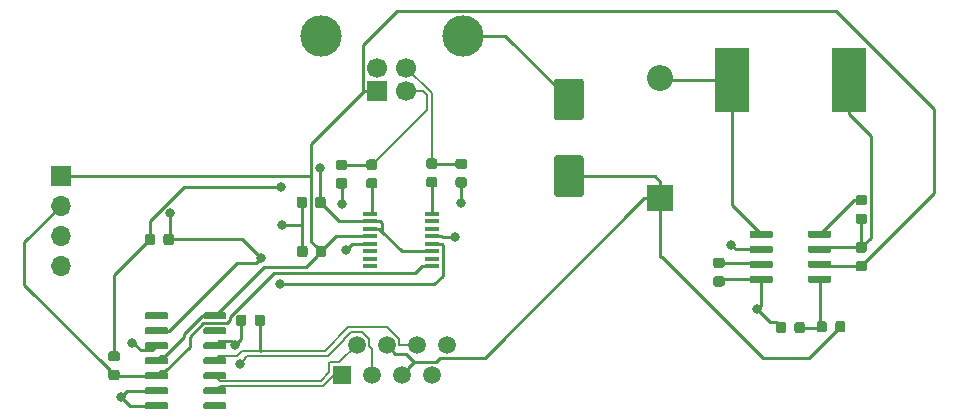
<source format=gbr>
G04 #@! TF.GenerationSoftware,KiCad,Pcbnew,(5.1.2-1)-1*
G04 #@! TF.CreationDate,2019-09-19T03:42:36+01:00*
G04 #@! TF.ProjectId,USB,5553422e-6b69-4636-9164-5f7063625858,rev?*
G04 #@! TF.SameCoordinates,Original*
G04 #@! TF.FileFunction,Copper,L1,Top*
G04 #@! TF.FilePolarity,Positive*
%FSLAX46Y46*%
G04 Gerber Fmt 4.6, Leading zero omitted, Abs format (unit mm)*
G04 Created by KiCad (PCBNEW (5.1.2-1)-1) date 2019-09-19 03:42:36*
%MOMM*%
%LPD*%
G04 APERTURE LIST*
%ADD10C,0.100000*%
%ADD11C,2.500000*%
%ADD12C,0.600000*%
%ADD13R,1.200000X0.400000*%
%ADD14C,0.875000*%
%ADD15R,2.900000X5.400000*%
%ADD16C,1.500000*%
%ADD17R,1.500000X1.500000*%
%ADD18O,1.700000X1.700000*%
%ADD19R,1.700000X1.700000*%
%ADD20C,3.500000*%
%ADD21C,1.700000*%
%ADD22O,2.200000X2.200000*%
%ADD23R,2.200000X2.200000*%
%ADD24C,0.800000*%
%ADD25C,0.250000*%
%ADD26C,0.200000*%
G04 APERTURE END LIST*
D10*
G36*
X167267504Y-89921004D02*
G01*
X167291773Y-89924604D01*
X167315571Y-89930565D01*
X167338671Y-89938830D01*
X167360849Y-89949320D01*
X167381893Y-89961933D01*
X167401598Y-89976547D01*
X167419777Y-89993023D01*
X167436253Y-90011202D01*
X167450867Y-90030907D01*
X167463480Y-90051951D01*
X167473970Y-90074129D01*
X167482235Y-90097229D01*
X167488196Y-90121027D01*
X167491796Y-90145296D01*
X167493000Y-90169800D01*
X167493000Y-93169800D01*
X167491796Y-93194304D01*
X167488196Y-93218573D01*
X167482235Y-93242371D01*
X167473970Y-93265471D01*
X167463480Y-93287649D01*
X167450867Y-93308693D01*
X167436253Y-93328398D01*
X167419777Y-93346577D01*
X167401598Y-93363053D01*
X167381893Y-93377667D01*
X167360849Y-93390280D01*
X167338671Y-93400770D01*
X167315571Y-93409035D01*
X167291773Y-93414996D01*
X167267504Y-93418596D01*
X167243000Y-93419800D01*
X165243000Y-93419800D01*
X165218496Y-93418596D01*
X165194227Y-93414996D01*
X165170429Y-93409035D01*
X165147329Y-93400770D01*
X165125151Y-93390280D01*
X165104107Y-93377667D01*
X165084402Y-93363053D01*
X165066223Y-93346577D01*
X165049747Y-93328398D01*
X165035133Y-93308693D01*
X165022520Y-93287649D01*
X165012030Y-93265471D01*
X165003765Y-93242371D01*
X164997804Y-93218573D01*
X164994204Y-93194304D01*
X164993000Y-93169800D01*
X164993000Y-90169800D01*
X164994204Y-90145296D01*
X164997804Y-90121027D01*
X165003765Y-90097229D01*
X165012030Y-90074129D01*
X165022520Y-90051951D01*
X165035133Y-90030907D01*
X165049747Y-90011202D01*
X165066223Y-89993023D01*
X165084402Y-89976547D01*
X165104107Y-89961933D01*
X165125151Y-89949320D01*
X165147329Y-89938830D01*
X165170429Y-89930565D01*
X165194227Y-89924604D01*
X165218496Y-89921004D01*
X165243000Y-89919800D01*
X167243000Y-89919800D01*
X167267504Y-89921004D01*
X167267504Y-89921004D01*
G37*
D11*
X166243000Y-91669800D03*
D10*
G36*
X167267504Y-96421004D02*
G01*
X167291773Y-96424604D01*
X167315571Y-96430565D01*
X167338671Y-96438830D01*
X167360849Y-96449320D01*
X167381893Y-96461933D01*
X167401598Y-96476547D01*
X167419777Y-96493023D01*
X167436253Y-96511202D01*
X167450867Y-96530907D01*
X167463480Y-96551951D01*
X167473970Y-96574129D01*
X167482235Y-96597229D01*
X167488196Y-96621027D01*
X167491796Y-96645296D01*
X167493000Y-96669800D01*
X167493000Y-99669800D01*
X167491796Y-99694304D01*
X167488196Y-99718573D01*
X167482235Y-99742371D01*
X167473970Y-99765471D01*
X167463480Y-99787649D01*
X167450867Y-99808693D01*
X167436253Y-99828398D01*
X167419777Y-99846577D01*
X167401598Y-99863053D01*
X167381893Y-99877667D01*
X167360849Y-99890280D01*
X167338671Y-99900770D01*
X167315571Y-99909035D01*
X167291773Y-99914996D01*
X167267504Y-99918596D01*
X167243000Y-99919800D01*
X165243000Y-99919800D01*
X165218496Y-99918596D01*
X165194227Y-99914996D01*
X165170429Y-99909035D01*
X165147329Y-99900770D01*
X165125151Y-99890280D01*
X165104107Y-99877667D01*
X165084402Y-99863053D01*
X165066223Y-99846577D01*
X165049747Y-99828398D01*
X165035133Y-99808693D01*
X165022520Y-99787649D01*
X165012030Y-99765471D01*
X165003765Y-99742371D01*
X164997804Y-99718573D01*
X164994204Y-99694304D01*
X164993000Y-99669800D01*
X164993000Y-96669800D01*
X164994204Y-96645296D01*
X164997804Y-96621027D01*
X165003765Y-96597229D01*
X165012030Y-96574129D01*
X165022520Y-96551951D01*
X165035133Y-96530907D01*
X165049747Y-96511202D01*
X165066223Y-96493023D01*
X165084402Y-96476547D01*
X165104107Y-96461933D01*
X165125151Y-96449320D01*
X165147329Y-96438830D01*
X165170429Y-96430565D01*
X165194227Y-96424604D01*
X165218496Y-96421004D01*
X165243000Y-96419800D01*
X167243000Y-96419800D01*
X167267504Y-96421004D01*
X167267504Y-96421004D01*
G37*
D11*
X166243000Y-98169800D03*
D10*
G36*
X137121903Y-109708122D02*
G01*
X137136464Y-109710282D01*
X137150743Y-109713859D01*
X137164603Y-109718818D01*
X137177910Y-109725112D01*
X137190536Y-109732680D01*
X137202359Y-109741448D01*
X137213266Y-109751334D01*
X137223152Y-109762241D01*
X137231920Y-109774064D01*
X137239488Y-109786690D01*
X137245782Y-109799997D01*
X137250741Y-109813857D01*
X137254318Y-109828136D01*
X137256478Y-109842697D01*
X137257200Y-109857400D01*
X137257200Y-110157400D01*
X137256478Y-110172103D01*
X137254318Y-110186664D01*
X137250741Y-110200943D01*
X137245782Y-110214803D01*
X137239488Y-110228110D01*
X137231920Y-110240736D01*
X137223152Y-110252559D01*
X137213266Y-110263466D01*
X137202359Y-110273352D01*
X137190536Y-110282120D01*
X137177910Y-110289688D01*
X137164603Y-110295982D01*
X137150743Y-110300941D01*
X137136464Y-110304518D01*
X137121903Y-110306678D01*
X137107200Y-110307400D01*
X135457200Y-110307400D01*
X135442497Y-110306678D01*
X135427936Y-110304518D01*
X135413657Y-110300941D01*
X135399797Y-110295982D01*
X135386490Y-110289688D01*
X135373864Y-110282120D01*
X135362041Y-110273352D01*
X135351134Y-110263466D01*
X135341248Y-110252559D01*
X135332480Y-110240736D01*
X135324912Y-110228110D01*
X135318618Y-110214803D01*
X135313659Y-110200943D01*
X135310082Y-110186664D01*
X135307922Y-110172103D01*
X135307200Y-110157400D01*
X135307200Y-109857400D01*
X135307922Y-109842697D01*
X135310082Y-109828136D01*
X135313659Y-109813857D01*
X135318618Y-109799997D01*
X135324912Y-109786690D01*
X135332480Y-109774064D01*
X135341248Y-109762241D01*
X135351134Y-109751334D01*
X135362041Y-109741448D01*
X135373864Y-109732680D01*
X135386490Y-109725112D01*
X135399797Y-109718818D01*
X135413657Y-109713859D01*
X135427936Y-109710282D01*
X135442497Y-109708122D01*
X135457200Y-109707400D01*
X137107200Y-109707400D01*
X137121903Y-109708122D01*
X137121903Y-109708122D01*
G37*
D12*
X136282200Y-110007400D03*
D10*
G36*
X137121903Y-110978122D02*
G01*
X137136464Y-110980282D01*
X137150743Y-110983859D01*
X137164603Y-110988818D01*
X137177910Y-110995112D01*
X137190536Y-111002680D01*
X137202359Y-111011448D01*
X137213266Y-111021334D01*
X137223152Y-111032241D01*
X137231920Y-111044064D01*
X137239488Y-111056690D01*
X137245782Y-111069997D01*
X137250741Y-111083857D01*
X137254318Y-111098136D01*
X137256478Y-111112697D01*
X137257200Y-111127400D01*
X137257200Y-111427400D01*
X137256478Y-111442103D01*
X137254318Y-111456664D01*
X137250741Y-111470943D01*
X137245782Y-111484803D01*
X137239488Y-111498110D01*
X137231920Y-111510736D01*
X137223152Y-111522559D01*
X137213266Y-111533466D01*
X137202359Y-111543352D01*
X137190536Y-111552120D01*
X137177910Y-111559688D01*
X137164603Y-111565982D01*
X137150743Y-111570941D01*
X137136464Y-111574518D01*
X137121903Y-111576678D01*
X137107200Y-111577400D01*
X135457200Y-111577400D01*
X135442497Y-111576678D01*
X135427936Y-111574518D01*
X135413657Y-111570941D01*
X135399797Y-111565982D01*
X135386490Y-111559688D01*
X135373864Y-111552120D01*
X135362041Y-111543352D01*
X135351134Y-111533466D01*
X135341248Y-111522559D01*
X135332480Y-111510736D01*
X135324912Y-111498110D01*
X135318618Y-111484803D01*
X135313659Y-111470943D01*
X135310082Y-111456664D01*
X135307922Y-111442103D01*
X135307200Y-111427400D01*
X135307200Y-111127400D01*
X135307922Y-111112697D01*
X135310082Y-111098136D01*
X135313659Y-111083857D01*
X135318618Y-111069997D01*
X135324912Y-111056690D01*
X135332480Y-111044064D01*
X135341248Y-111032241D01*
X135351134Y-111021334D01*
X135362041Y-111011448D01*
X135373864Y-111002680D01*
X135386490Y-110995112D01*
X135399797Y-110988818D01*
X135413657Y-110983859D01*
X135427936Y-110980282D01*
X135442497Y-110978122D01*
X135457200Y-110977400D01*
X137107200Y-110977400D01*
X137121903Y-110978122D01*
X137121903Y-110978122D01*
G37*
D12*
X136282200Y-111277400D03*
D10*
G36*
X137121903Y-112248122D02*
G01*
X137136464Y-112250282D01*
X137150743Y-112253859D01*
X137164603Y-112258818D01*
X137177910Y-112265112D01*
X137190536Y-112272680D01*
X137202359Y-112281448D01*
X137213266Y-112291334D01*
X137223152Y-112302241D01*
X137231920Y-112314064D01*
X137239488Y-112326690D01*
X137245782Y-112339997D01*
X137250741Y-112353857D01*
X137254318Y-112368136D01*
X137256478Y-112382697D01*
X137257200Y-112397400D01*
X137257200Y-112697400D01*
X137256478Y-112712103D01*
X137254318Y-112726664D01*
X137250741Y-112740943D01*
X137245782Y-112754803D01*
X137239488Y-112768110D01*
X137231920Y-112780736D01*
X137223152Y-112792559D01*
X137213266Y-112803466D01*
X137202359Y-112813352D01*
X137190536Y-112822120D01*
X137177910Y-112829688D01*
X137164603Y-112835982D01*
X137150743Y-112840941D01*
X137136464Y-112844518D01*
X137121903Y-112846678D01*
X137107200Y-112847400D01*
X135457200Y-112847400D01*
X135442497Y-112846678D01*
X135427936Y-112844518D01*
X135413657Y-112840941D01*
X135399797Y-112835982D01*
X135386490Y-112829688D01*
X135373864Y-112822120D01*
X135362041Y-112813352D01*
X135351134Y-112803466D01*
X135341248Y-112792559D01*
X135332480Y-112780736D01*
X135324912Y-112768110D01*
X135318618Y-112754803D01*
X135313659Y-112740943D01*
X135310082Y-112726664D01*
X135307922Y-112712103D01*
X135307200Y-112697400D01*
X135307200Y-112397400D01*
X135307922Y-112382697D01*
X135310082Y-112368136D01*
X135313659Y-112353857D01*
X135318618Y-112339997D01*
X135324912Y-112326690D01*
X135332480Y-112314064D01*
X135341248Y-112302241D01*
X135351134Y-112291334D01*
X135362041Y-112281448D01*
X135373864Y-112272680D01*
X135386490Y-112265112D01*
X135399797Y-112258818D01*
X135413657Y-112253859D01*
X135427936Y-112250282D01*
X135442497Y-112248122D01*
X135457200Y-112247400D01*
X137107200Y-112247400D01*
X137121903Y-112248122D01*
X137121903Y-112248122D01*
G37*
D12*
X136282200Y-112547400D03*
D10*
G36*
X137121903Y-113518122D02*
G01*
X137136464Y-113520282D01*
X137150743Y-113523859D01*
X137164603Y-113528818D01*
X137177910Y-113535112D01*
X137190536Y-113542680D01*
X137202359Y-113551448D01*
X137213266Y-113561334D01*
X137223152Y-113572241D01*
X137231920Y-113584064D01*
X137239488Y-113596690D01*
X137245782Y-113609997D01*
X137250741Y-113623857D01*
X137254318Y-113638136D01*
X137256478Y-113652697D01*
X137257200Y-113667400D01*
X137257200Y-113967400D01*
X137256478Y-113982103D01*
X137254318Y-113996664D01*
X137250741Y-114010943D01*
X137245782Y-114024803D01*
X137239488Y-114038110D01*
X137231920Y-114050736D01*
X137223152Y-114062559D01*
X137213266Y-114073466D01*
X137202359Y-114083352D01*
X137190536Y-114092120D01*
X137177910Y-114099688D01*
X137164603Y-114105982D01*
X137150743Y-114110941D01*
X137136464Y-114114518D01*
X137121903Y-114116678D01*
X137107200Y-114117400D01*
X135457200Y-114117400D01*
X135442497Y-114116678D01*
X135427936Y-114114518D01*
X135413657Y-114110941D01*
X135399797Y-114105982D01*
X135386490Y-114099688D01*
X135373864Y-114092120D01*
X135362041Y-114083352D01*
X135351134Y-114073466D01*
X135341248Y-114062559D01*
X135332480Y-114050736D01*
X135324912Y-114038110D01*
X135318618Y-114024803D01*
X135313659Y-114010943D01*
X135310082Y-113996664D01*
X135307922Y-113982103D01*
X135307200Y-113967400D01*
X135307200Y-113667400D01*
X135307922Y-113652697D01*
X135310082Y-113638136D01*
X135313659Y-113623857D01*
X135318618Y-113609997D01*
X135324912Y-113596690D01*
X135332480Y-113584064D01*
X135341248Y-113572241D01*
X135351134Y-113561334D01*
X135362041Y-113551448D01*
X135373864Y-113542680D01*
X135386490Y-113535112D01*
X135399797Y-113528818D01*
X135413657Y-113523859D01*
X135427936Y-113520282D01*
X135442497Y-113518122D01*
X135457200Y-113517400D01*
X137107200Y-113517400D01*
X137121903Y-113518122D01*
X137121903Y-113518122D01*
G37*
D12*
X136282200Y-113817400D03*
D10*
G36*
X137121903Y-114788122D02*
G01*
X137136464Y-114790282D01*
X137150743Y-114793859D01*
X137164603Y-114798818D01*
X137177910Y-114805112D01*
X137190536Y-114812680D01*
X137202359Y-114821448D01*
X137213266Y-114831334D01*
X137223152Y-114842241D01*
X137231920Y-114854064D01*
X137239488Y-114866690D01*
X137245782Y-114879997D01*
X137250741Y-114893857D01*
X137254318Y-114908136D01*
X137256478Y-114922697D01*
X137257200Y-114937400D01*
X137257200Y-115237400D01*
X137256478Y-115252103D01*
X137254318Y-115266664D01*
X137250741Y-115280943D01*
X137245782Y-115294803D01*
X137239488Y-115308110D01*
X137231920Y-115320736D01*
X137223152Y-115332559D01*
X137213266Y-115343466D01*
X137202359Y-115353352D01*
X137190536Y-115362120D01*
X137177910Y-115369688D01*
X137164603Y-115375982D01*
X137150743Y-115380941D01*
X137136464Y-115384518D01*
X137121903Y-115386678D01*
X137107200Y-115387400D01*
X135457200Y-115387400D01*
X135442497Y-115386678D01*
X135427936Y-115384518D01*
X135413657Y-115380941D01*
X135399797Y-115375982D01*
X135386490Y-115369688D01*
X135373864Y-115362120D01*
X135362041Y-115353352D01*
X135351134Y-115343466D01*
X135341248Y-115332559D01*
X135332480Y-115320736D01*
X135324912Y-115308110D01*
X135318618Y-115294803D01*
X135313659Y-115280943D01*
X135310082Y-115266664D01*
X135307922Y-115252103D01*
X135307200Y-115237400D01*
X135307200Y-114937400D01*
X135307922Y-114922697D01*
X135310082Y-114908136D01*
X135313659Y-114893857D01*
X135318618Y-114879997D01*
X135324912Y-114866690D01*
X135332480Y-114854064D01*
X135341248Y-114842241D01*
X135351134Y-114831334D01*
X135362041Y-114821448D01*
X135373864Y-114812680D01*
X135386490Y-114805112D01*
X135399797Y-114798818D01*
X135413657Y-114793859D01*
X135427936Y-114790282D01*
X135442497Y-114788122D01*
X135457200Y-114787400D01*
X137107200Y-114787400D01*
X137121903Y-114788122D01*
X137121903Y-114788122D01*
G37*
D12*
X136282200Y-115087400D03*
D10*
G36*
X137121903Y-116058122D02*
G01*
X137136464Y-116060282D01*
X137150743Y-116063859D01*
X137164603Y-116068818D01*
X137177910Y-116075112D01*
X137190536Y-116082680D01*
X137202359Y-116091448D01*
X137213266Y-116101334D01*
X137223152Y-116112241D01*
X137231920Y-116124064D01*
X137239488Y-116136690D01*
X137245782Y-116149997D01*
X137250741Y-116163857D01*
X137254318Y-116178136D01*
X137256478Y-116192697D01*
X137257200Y-116207400D01*
X137257200Y-116507400D01*
X137256478Y-116522103D01*
X137254318Y-116536664D01*
X137250741Y-116550943D01*
X137245782Y-116564803D01*
X137239488Y-116578110D01*
X137231920Y-116590736D01*
X137223152Y-116602559D01*
X137213266Y-116613466D01*
X137202359Y-116623352D01*
X137190536Y-116632120D01*
X137177910Y-116639688D01*
X137164603Y-116645982D01*
X137150743Y-116650941D01*
X137136464Y-116654518D01*
X137121903Y-116656678D01*
X137107200Y-116657400D01*
X135457200Y-116657400D01*
X135442497Y-116656678D01*
X135427936Y-116654518D01*
X135413657Y-116650941D01*
X135399797Y-116645982D01*
X135386490Y-116639688D01*
X135373864Y-116632120D01*
X135362041Y-116623352D01*
X135351134Y-116613466D01*
X135341248Y-116602559D01*
X135332480Y-116590736D01*
X135324912Y-116578110D01*
X135318618Y-116564803D01*
X135313659Y-116550943D01*
X135310082Y-116536664D01*
X135307922Y-116522103D01*
X135307200Y-116507400D01*
X135307200Y-116207400D01*
X135307922Y-116192697D01*
X135310082Y-116178136D01*
X135313659Y-116163857D01*
X135318618Y-116149997D01*
X135324912Y-116136690D01*
X135332480Y-116124064D01*
X135341248Y-116112241D01*
X135351134Y-116101334D01*
X135362041Y-116091448D01*
X135373864Y-116082680D01*
X135386490Y-116075112D01*
X135399797Y-116068818D01*
X135413657Y-116063859D01*
X135427936Y-116060282D01*
X135442497Y-116058122D01*
X135457200Y-116057400D01*
X137107200Y-116057400D01*
X137121903Y-116058122D01*
X137121903Y-116058122D01*
G37*
D12*
X136282200Y-116357400D03*
D10*
G36*
X137121903Y-117328122D02*
G01*
X137136464Y-117330282D01*
X137150743Y-117333859D01*
X137164603Y-117338818D01*
X137177910Y-117345112D01*
X137190536Y-117352680D01*
X137202359Y-117361448D01*
X137213266Y-117371334D01*
X137223152Y-117382241D01*
X137231920Y-117394064D01*
X137239488Y-117406690D01*
X137245782Y-117419997D01*
X137250741Y-117433857D01*
X137254318Y-117448136D01*
X137256478Y-117462697D01*
X137257200Y-117477400D01*
X137257200Y-117777400D01*
X137256478Y-117792103D01*
X137254318Y-117806664D01*
X137250741Y-117820943D01*
X137245782Y-117834803D01*
X137239488Y-117848110D01*
X137231920Y-117860736D01*
X137223152Y-117872559D01*
X137213266Y-117883466D01*
X137202359Y-117893352D01*
X137190536Y-117902120D01*
X137177910Y-117909688D01*
X137164603Y-117915982D01*
X137150743Y-117920941D01*
X137136464Y-117924518D01*
X137121903Y-117926678D01*
X137107200Y-117927400D01*
X135457200Y-117927400D01*
X135442497Y-117926678D01*
X135427936Y-117924518D01*
X135413657Y-117920941D01*
X135399797Y-117915982D01*
X135386490Y-117909688D01*
X135373864Y-117902120D01*
X135362041Y-117893352D01*
X135351134Y-117883466D01*
X135341248Y-117872559D01*
X135332480Y-117860736D01*
X135324912Y-117848110D01*
X135318618Y-117834803D01*
X135313659Y-117820943D01*
X135310082Y-117806664D01*
X135307922Y-117792103D01*
X135307200Y-117777400D01*
X135307200Y-117477400D01*
X135307922Y-117462697D01*
X135310082Y-117448136D01*
X135313659Y-117433857D01*
X135318618Y-117419997D01*
X135324912Y-117406690D01*
X135332480Y-117394064D01*
X135341248Y-117382241D01*
X135351134Y-117371334D01*
X135362041Y-117361448D01*
X135373864Y-117352680D01*
X135386490Y-117345112D01*
X135399797Y-117338818D01*
X135413657Y-117333859D01*
X135427936Y-117330282D01*
X135442497Y-117328122D01*
X135457200Y-117327400D01*
X137107200Y-117327400D01*
X137121903Y-117328122D01*
X137121903Y-117328122D01*
G37*
D12*
X136282200Y-117627400D03*
D10*
G36*
X132171903Y-117328122D02*
G01*
X132186464Y-117330282D01*
X132200743Y-117333859D01*
X132214603Y-117338818D01*
X132227910Y-117345112D01*
X132240536Y-117352680D01*
X132252359Y-117361448D01*
X132263266Y-117371334D01*
X132273152Y-117382241D01*
X132281920Y-117394064D01*
X132289488Y-117406690D01*
X132295782Y-117419997D01*
X132300741Y-117433857D01*
X132304318Y-117448136D01*
X132306478Y-117462697D01*
X132307200Y-117477400D01*
X132307200Y-117777400D01*
X132306478Y-117792103D01*
X132304318Y-117806664D01*
X132300741Y-117820943D01*
X132295782Y-117834803D01*
X132289488Y-117848110D01*
X132281920Y-117860736D01*
X132273152Y-117872559D01*
X132263266Y-117883466D01*
X132252359Y-117893352D01*
X132240536Y-117902120D01*
X132227910Y-117909688D01*
X132214603Y-117915982D01*
X132200743Y-117920941D01*
X132186464Y-117924518D01*
X132171903Y-117926678D01*
X132157200Y-117927400D01*
X130507200Y-117927400D01*
X130492497Y-117926678D01*
X130477936Y-117924518D01*
X130463657Y-117920941D01*
X130449797Y-117915982D01*
X130436490Y-117909688D01*
X130423864Y-117902120D01*
X130412041Y-117893352D01*
X130401134Y-117883466D01*
X130391248Y-117872559D01*
X130382480Y-117860736D01*
X130374912Y-117848110D01*
X130368618Y-117834803D01*
X130363659Y-117820943D01*
X130360082Y-117806664D01*
X130357922Y-117792103D01*
X130357200Y-117777400D01*
X130357200Y-117477400D01*
X130357922Y-117462697D01*
X130360082Y-117448136D01*
X130363659Y-117433857D01*
X130368618Y-117419997D01*
X130374912Y-117406690D01*
X130382480Y-117394064D01*
X130391248Y-117382241D01*
X130401134Y-117371334D01*
X130412041Y-117361448D01*
X130423864Y-117352680D01*
X130436490Y-117345112D01*
X130449797Y-117338818D01*
X130463657Y-117333859D01*
X130477936Y-117330282D01*
X130492497Y-117328122D01*
X130507200Y-117327400D01*
X132157200Y-117327400D01*
X132171903Y-117328122D01*
X132171903Y-117328122D01*
G37*
D12*
X131332200Y-117627400D03*
D10*
G36*
X132171903Y-116058122D02*
G01*
X132186464Y-116060282D01*
X132200743Y-116063859D01*
X132214603Y-116068818D01*
X132227910Y-116075112D01*
X132240536Y-116082680D01*
X132252359Y-116091448D01*
X132263266Y-116101334D01*
X132273152Y-116112241D01*
X132281920Y-116124064D01*
X132289488Y-116136690D01*
X132295782Y-116149997D01*
X132300741Y-116163857D01*
X132304318Y-116178136D01*
X132306478Y-116192697D01*
X132307200Y-116207400D01*
X132307200Y-116507400D01*
X132306478Y-116522103D01*
X132304318Y-116536664D01*
X132300741Y-116550943D01*
X132295782Y-116564803D01*
X132289488Y-116578110D01*
X132281920Y-116590736D01*
X132273152Y-116602559D01*
X132263266Y-116613466D01*
X132252359Y-116623352D01*
X132240536Y-116632120D01*
X132227910Y-116639688D01*
X132214603Y-116645982D01*
X132200743Y-116650941D01*
X132186464Y-116654518D01*
X132171903Y-116656678D01*
X132157200Y-116657400D01*
X130507200Y-116657400D01*
X130492497Y-116656678D01*
X130477936Y-116654518D01*
X130463657Y-116650941D01*
X130449797Y-116645982D01*
X130436490Y-116639688D01*
X130423864Y-116632120D01*
X130412041Y-116623352D01*
X130401134Y-116613466D01*
X130391248Y-116602559D01*
X130382480Y-116590736D01*
X130374912Y-116578110D01*
X130368618Y-116564803D01*
X130363659Y-116550943D01*
X130360082Y-116536664D01*
X130357922Y-116522103D01*
X130357200Y-116507400D01*
X130357200Y-116207400D01*
X130357922Y-116192697D01*
X130360082Y-116178136D01*
X130363659Y-116163857D01*
X130368618Y-116149997D01*
X130374912Y-116136690D01*
X130382480Y-116124064D01*
X130391248Y-116112241D01*
X130401134Y-116101334D01*
X130412041Y-116091448D01*
X130423864Y-116082680D01*
X130436490Y-116075112D01*
X130449797Y-116068818D01*
X130463657Y-116063859D01*
X130477936Y-116060282D01*
X130492497Y-116058122D01*
X130507200Y-116057400D01*
X132157200Y-116057400D01*
X132171903Y-116058122D01*
X132171903Y-116058122D01*
G37*
D12*
X131332200Y-116357400D03*
D10*
G36*
X132171903Y-114788122D02*
G01*
X132186464Y-114790282D01*
X132200743Y-114793859D01*
X132214603Y-114798818D01*
X132227910Y-114805112D01*
X132240536Y-114812680D01*
X132252359Y-114821448D01*
X132263266Y-114831334D01*
X132273152Y-114842241D01*
X132281920Y-114854064D01*
X132289488Y-114866690D01*
X132295782Y-114879997D01*
X132300741Y-114893857D01*
X132304318Y-114908136D01*
X132306478Y-114922697D01*
X132307200Y-114937400D01*
X132307200Y-115237400D01*
X132306478Y-115252103D01*
X132304318Y-115266664D01*
X132300741Y-115280943D01*
X132295782Y-115294803D01*
X132289488Y-115308110D01*
X132281920Y-115320736D01*
X132273152Y-115332559D01*
X132263266Y-115343466D01*
X132252359Y-115353352D01*
X132240536Y-115362120D01*
X132227910Y-115369688D01*
X132214603Y-115375982D01*
X132200743Y-115380941D01*
X132186464Y-115384518D01*
X132171903Y-115386678D01*
X132157200Y-115387400D01*
X130507200Y-115387400D01*
X130492497Y-115386678D01*
X130477936Y-115384518D01*
X130463657Y-115380941D01*
X130449797Y-115375982D01*
X130436490Y-115369688D01*
X130423864Y-115362120D01*
X130412041Y-115353352D01*
X130401134Y-115343466D01*
X130391248Y-115332559D01*
X130382480Y-115320736D01*
X130374912Y-115308110D01*
X130368618Y-115294803D01*
X130363659Y-115280943D01*
X130360082Y-115266664D01*
X130357922Y-115252103D01*
X130357200Y-115237400D01*
X130357200Y-114937400D01*
X130357922Y-114922697D01*
X130360082Y-114908136D01*
X130363659Y-114893857D01*
X130368618Y-114879997D01*
X130374912Y-114866690D01*
X130382480Y-114854064D01*
X130391248Y-114842241D01*
X130401134Y-114831334D01*
X130412041Y-114821448D01*
X130423864Y-114812680D01*
X130436490Y-114805112D01*
X130449797Y-114798818D01*
X130463657Y-114793859D01*
X130477936Y-114790282D01*
X130492497Y-114788122D01*
X130507200Y-114787400D01*
X132157200Y-114787400D01*
X132171903Y-114788122D01*
X132171903Y-114788122D01*
G37*
D12*
X131332200Y-115087400D03*
D10*
G36*
X132171903Y-113518122D02*
G01*
X132186464Y-113520282D01*
X132200743Y-113523859D01*
X132214603Y-113528818D01*
X132227910Y-113535112D01*
X132240536Y-113542680D01*
X132252359Y-113551448D01*
X132263266Y-113561334D01*
X132273152Y-113572241D01*
X132281920Y-113584064D01*
X132289488Y-113596690D01*
X132295782Y-113609997D01*
X132300741Y-113623857D01*
X132304318Y-113638136D01*
X132306478Y-113652697D01*
X132307200Y-113667400D01*
X132307200Y-113967400D01*
X132306478Y-113982103D01*
X132304318Y-113996664D01*
X132300741Y-114010943D01*
X132295782Y-114024803D01*
X132289488Y-114038110D01*
X132281920Y-114050736D01*
X132273152Y-114062559D01*
X132263266Y-114073466D01*
X132252359Y-114083352D01*
X132240536Y-114092120D01*
X132227910Y-114099688D01*
X132214603Y-114105982D01*
X132200743Y-114110941D01*
X132186464Y-114114518D01*
X132171903Y-114116678D01*
X132157200Y-114117400D01*
X130507200Y-114117400D01*
X130492497Y-114116678D01*
X130477936Y-114114518D01*
X130463657Y-114110941D01*
X130449797Y-114105982D01*
X130436490Y-114099688D01*
X130423864Y-114092120D01*
X130412041Y-114083352D01*
X130401134Y-114073466D01*
X130391248Y-114062559D01*
X130382480Y-114050736D01*
X130374912Y-114038110D01*
X130368618Y-114024803D01*
X130363659Y-114010943D01*
X130360082Y-113996664D01*
X130357922Y-113982103D01*
X130357200Y-113967400D01*
X130357200Y-113667400D01*
X130357922Y-113652697D01*
X130360082Y-113638136D01*
X130363659Y-113623857D01*
X130368618Y-113609997D01*
X130374912Y-113596690D01*
X130382480Y-113584064D01*
X130391248Y-113572241D01*
X130401134Y-113561334D01*
X130412041Y-113551448D01*
X130423864Y-113542680D01*
X130436490Y-113535112D01*
X130449797Y-113528818D01*
X130463657Y-113523859D01*
X130477936Y-113520282D01*
X130492497Y-113518122D01*
X130507200Y-113517400D01*
X132157200Y-113517400D01*
X132171903Y-113518122D01*
X132171903Y-113518122D01*
G37*
D12*
X131332200Y-113817400D03*
D10*
G36*
X132171903Y-112248122D02*
G01*
X132186464Y-112250282D01*
X132200743Y-112253859D01*
X132214603Y-112258818D01*
X132227910Y-112265112D01*
X132240536Y-112272680D01*
X132252359Y-112281448D01*
X132263266Y-112291334D01*
X132273152Y-112302241D01*
X132281920Y-112314064D01*
X132289488Y-112326690D01*
X132295782Y-112339997D01*
X132300741Y-112353857D01*
X132304318Y-112368136D01*
X132306478Y-112382697D01*
X132307200Y-112397400D01*
X132307200Y-112697400D01*
X132306478Y-112712103D01*
X132304318Y-112726664D01*
X132300741Y-112740943D01*
X132295782Y-112754803D01*
X132289488Y-112768110D01*
X132281920Y-112780736D01*
X132273152Y-112792559D01*
X132263266Y-112803466D01*
X132252359Y-112813352D01*
X132240536Y-112822120D01*
X132227910Y-112829688D01*
X132214603Y-112835982D01*
X132200743Y-112840941D01*
X132186464Y-112844518D01*
X132171903Y-112846678D01*
X132157200Y-112847400D01*
X130507200Y-112847400D01*
X130492497Y-112846678D01*
X130477936Y-112844518D01*
X130463657Y-112840941D01*
X130449797Y-112835982D01*
X130436490Y-112829688D01*
X130423864Y-112822120D01*
X130412041Y-112813352D01*
X130401134Y-112803466D01*
X130391248Y-112792559D01*
X130382480Y-112780736D01*
X130374912Y-112768110D01*
X130368618Y-112754803D01*
X130363659Y-112740943D01*
X130360082Y-112726664D01*
X130357922Y-112712103D01*
X130357200Y-112697400D01*
X130357200Y-112397400D01*
X130357922Y-112382697D01*
X130360082Y-112368136D01*
X130363659Y-112353857D01*
X130368618Y-112339997D01*
X130374912Y-112326690D01*
X130382480Y-112314064D01*
X130391248Y-112302241D01*
X130401134Y-112291334D01*
X130412041Y-112281448D01*
X130423864Y-112272680D01*
X130436490Y-112265112D01*
X130449797Y-112258818D01*
X130463657Y-112253859D01*
X130477936Y-112250282D01*
X130492497Y-112248122D01*
X130507200Y-112247400D01*
X132157200Y-112247400D01*
X132171903Y-112248122D01*
X132171903Y-112248122D01*
G37*
D12*
X131332200Y-112547400D03*
D10*
G36*
X132171903Y-110978122D02*
G01*
X132186464Y-110980282D01*
X132200743Y-110983859D01*
X132214603Y-110988818D01*
X132227910Y-110995112D01*
X132240536Y-111002680D01*
X132252359Y-111011448D01*
X132263266Y-111021334D01*
X132273152Y-111032241D01*
X132281920Y-111044064D01*
X132289488Y-111056690D01*
X132295782Y-111069997D01*
X132300741Y-111083857D01*
X132304318Y-111098136D01*
X132306478Y-111112697D01*
X132307200Y-111127400D01*
X132307200Y-111427400D01*
X132306478Y-111442103D01*
X132304318Y-111456664D01*
X132300741Y-111470943D01*
X132295782Y-111484803D01*
X132289488Y-111498110D01*
X132281920Y-111510736D01*
X132273152Y-111522559D01*
X132263266Y-111533466D01*
X132252359Y-111543352D01*
X132240536Y-111552120D01*
X132227910Y-111559688D01*
X132214603Y-111565982D01*
X132200743Y-111570941D01*
X132186464Y-111574518D01*
X132171903Y-111576678D01*
X132157200Y-111577400D01*
X130507200Y-111577400D01*
X130492497Y-111576678D01*
X130477936Y-111574518D01*
X130463657Y-111570941D01*
X130449797Y-111565982D01*
X130436490Y-111559688D01*
X130423864Y-111552120D01*
X130412041Y-111543352D01*
X130401134Y-111533466D01*
X130391248Y-111522559D01*
X130382480Y-111510736D01*
X130374912Y-111498110D01*
X130368618Y-111484803D01*
X130363659Y-111470943D01*
X130360082Y-111456664D01*
X130357922Y-111442103D01*
X130357200Y-111427400D01*
X130357200Y-111127400D01*
X130357922Y-111112697D01*
X130360082Y-111098136D01*
X130363659Y-111083857D01*
X130368618Y-111069997D01*
X130374912Y-111056690D01*
X130382480Y-111044064D01*
X130391248Y-111032241D01*
X130401134Y-111021334D01*
X130412041Y-111011448D01*
X130423864Y-111002680D01*
X130436490Y-110995112D01*
X130449797Y-110988818D01*
X130463657Y-110983859D01*
X130477936Y-110980282D01*
X130492497Y-110978122D01*
X130507200Y-110977400D01*
X132157200Y-110977400D01*
X132171903Y-110978122D01*
X132171903Y-110978122D01*
G37*
D12*
X131332200Y-111277400D03*
D10*
G36*
X132171903Y-109708122D02*
G01*
X132186464Y-109710282D01*
X132200743Y-109713859D01*
X132214603Y-109718818D01*
X132227910Y-109725112D01*
X132240536Y-109732680D01*
X132252359Y-109741448D01*
X132263266Y-109751334D01*
X132273152Y-109762241D01*
X132281920Y-109774064D01*
X132289488Y-109786690D01*
X132295782Y-109799997D01*
X132300741Y-109813857D01*
X132304318Y-109828136D01*
X132306478Y-109842697D01*
X132307200Y-109857400D01*
X132307200Y-110157400D01*
X132306478Y-110172103D01*
X132304318Y-110186664D01*
X132300741Y-110200943D01*
X132295782Y-110214803D01*
X132289488Y-110228110D01*
X132281920Y-110240736D01*
X132273152Y-110252559D01*
X132263266Y-110263466D01*
X132252359Y-110273352D01*
X132240536Y-110282120D01*
X132227910Y-110289688D01*
X132214603Y-110295982D01*
X132200743Y-110300941D01*
X132186464Y-110304518D01*
X132171903Y-110306678D01*
X132157200Y-110307400D01*
X130507200Y-110307400D01*
X130492497Y-110306678D01*
X130477936Y-110304518D01*
X130463657Y-110300941D01*
X130449797Y-110295982D01*
X130436490Y-110289688D01*
X130423864Y-110282120D01*
X130412041Y-110273352D01*
X130401134Y-110263466D01*
X130391248Y-110252559D01*
X130382480Y-110240736D01*
X130374912Y-110228110D01*
X130368618Y-110214803D01*
X130363659Y-110200943D01*
X130360082Y-110186664D01*
X130357922Y-110172103D01*
X130357200Y-110157400D01*
X130357200Y-109857400D01*
X130357922Y-109842697D01*
X130360082Y-109828136D01*
X130363659Y-109813857D01*
X130368618Y-109799997D01*
X130374912Y-109786690D01*
X130382480Y-109774064D01*
X130391248Y-109762241D01*
X130401134Y-109751334D01*
X130412041Y-109741448D01*
X130423864Y-109732680D01*
X130436490Y-109725112D01*
X130449797Y-109718818D01*
X130463657Y-109713859D01*
X130477936Y-109710282D01*
X130492497Y-109708122D01*
X130507200Y-109707400D01*
X132157200Y-109707400D01*
X132171903Y-109708122D01*
X132171903Y-109708122D01*
G37*
D12*
X131332200Y-110007400D03*
D10*
G36*
X188314703Y-102795722D02*
G01*
X188329264Y-102797882D01*
X188343543Y-102801459D01*
X188357403Y-102806418D01*
X188370710Y-102812712D01*
X188383336Y-102820280D01*
X188395159Y-102829048D01*
X188406066Y-102838934D01*
X188415952Y-102849841D01*
X188424720Y-102861664D01*
X188432288Y-102874290D01*
X188438582Y-102887597D01*
X188443541Y-102901457D01*
X188447118Y-102915736D01*
X188449278Y-102930297D01*
X188450000Y-102945000D01*
X188450000Y-103245000D01*
X188449278Y-103259703D01*
X188447118Y-103274264D01*
X188443541Y-103288543D01*
X188438582Y-103302403D01*
X188432288Y-103315710D01*
X188424720Y-103328336D01*
X188415952Y-103340159D01*
X188406066Y-103351066D01*
X188395159Y-103360952D01*
X188383336Y-103369720D01*
X188370710Y-103377288D01*
X188357403Y-103383582D01*
X188343543Y-103388541D01*
X188329264Y-103392118D01*
X188314703Y-103394278D01*
X188300000Y-103395000D01*
X186650000Y-103395000D01*
X186635297Y-103394278D01*
X186620736Y-103392118D01*
X186606457Y-103388541D01*
X186592597Y-103383582D01*
X186579290Y-103377288D01*
X186566664Y-103369720D01*
X186554841Y-103360952D01*
X186543934Y-103351066D01*
X186534048Y-103340159D01*
X186525280Y-103328336D01*
X186517712Y-103315710D01*
X186511418Y-103302403D01*
X186506459Y-103288543D01*
X186502882Y-103274264D01*
X186500722Y-103259703D01*
X186500000Y-103245000D01*
X186500000Y-102945000D01*
X186500722Y-102930297D01*
X186502882Y-102915736D01*
X186506459Y-102901457D01*
X186511418Y-102887597D01*
X186517712Y-102874290D01*
X186525280Y-102861664D01*
X186534048Y-102849841D01*
X186543934Y-102838934D01*
X186554841Y-102829048D01*
X186566664Y-102820280D01*
X186579290Y-102812712D01*
X186592597Y-102806418D01*
X186606457Y-102801459D01*
X186620736Y-102797882D01*
X186635297Y-102795722D01*
X186650000Y-102795000D01*
X188300000Y-102795000D01*
X188314703Y-102795722D01*
X188314703Y-102795722D01*
G37*
D12*
X187475000Y-103095000D03*
D10*
G36*
X188314703Y-104065722D02*
G01*
X188329264Y-104067882D01*
X188343543Y-104071459D01*
X188357403Y-104076418D01*
X188370710Y-104082712D01*
X188383336Y-104090280D01*
X188395159Y-104099048D01*
X188406066Y-104108934D01*
X188415952Y-104119841D01*
X188424720Y-104131664D01*
X188432288Y-104144290D01*
X188438582Y-104157597D01*
X188443541Y-104171457D01*
X188447118Y-104185736D01*
X188449278Y-104200297D01*
X188450000Y-104215000D01*
X188450000Y-104515000D01*
X188449278Y-104529703D01*
X188447118Y-104544264D01*
X188443541Y-104558543D01*
X188438582Y-104572403D01*
X188432288Y-104585710D01*
X188424720Y-104598336D01*
X188415952Y-104610159D01*
X188406066Y-104621066D01*
X188395159Y-104630952D01*
X188383336Y-104639720D01*
X188370710Y-104647288D01*
X188357403Y-104653582D01*
X188343543Y-104658541D01*
X188329264Y-104662118D01*
X188314703Y-104664278D01*
X188300000Y-104665000D01*
X186650000Y-104665000D01*
X186635297Y-104664278D01*
X186620736Y-104662118D01*
X186606457Y-104658541D01*
X186592597Y-104653582D01*
X186579290Y-104647288D01*
X186566664Y-104639720D01*
X186554841Y-104630952D01*
X186543934Y-104621066D01*
X186534048Y-104610159D01*
X186525280Y-104598336D01*
X186517712Y-104585710D01*
X186511418Y-104572403D01*
X186506459Y-104558543D01*
X186502882Y-104544264D01*
X186500722Y-104529703D01*
X186500000Y-104515000D01*
X186500000Y-104215000D01*
X186500722Y-104200297D01*
X186502882Y-104185736D01*
X186506459Y-104171457D01*
X186511418Y-104157597D01*
X186517712Y-104144290D01*
X186525280Y-104131664D01*
X186534048Y-104119841D01*
X186543934Y-104108934D01*
X186554841Y-104099048D01*
X186566664Y-104090280D01*
X186579290Y-104082712D01*
X186592597Y-104076418D01*
X186606457Y-104071459D01*
X186620736Y-104067882D01*
X186635297Y-104065722D01*
X186650000Y-104065000D01*
X188300000Y-104065000D01*
X188314703Y-104065722D01*
X188314703Y-104065722D01*
G37*
D12*
X187475000Y-104365000D03*
D10*
G36*
X188314703Y-105335722D02*
G01*
X188329264Y-105337882D01*
X188343543Y-105341459D01*
X188357403Y-105346418D01*
X188370710Y-105352712D01*
X188383336Y-105360280D01*
X188395159Y-105369048D01*
X188406066Y-105378934D01*
X188415952Y-105389841D01*
X188424720Y-105401664D01*
X188432288Y-105414290D01*
X188438582Y-105427597D01*
X188443541Y-105441457D01*
X188447118Y-105455736D01*
X188449278Y-105470297D01*
X188450000Y-105485000D01*
X188450000Y-105785000D01*
X188449278Y-105799703D01*
X188447118Y-105814264D01*
X188443541Y-105828543D01*
X188438582Y-105842403D01*
X188432288Y-105855710D01*
X188424720Y-105868336D01*
X188415952Y-105880159D01*
X188406066Y-105891066D01*
X188395159Y-105900952D01*
X188383336Y-105909720D01*
X188370710Y-105917288D01*
X188357403Y-105923582D01*
X188343543Y-105928541D01*
X188329264Y-105932118D01*
X188314703Y-105934278D01*
X188300000Y-105935000D01*
X186650000Y-105935000D01*
X186635297Y-105934278D01*
X186620736Y-105932118D01*
X186606457Y-105928541D01*
X186592597Y-105923582D01*
X186579290Y-105917288D01*
X186566664Y-105909720D01*
X186554841Y-105900952D01*
X186543934Y-105891066D01*
X186534048Y-105880159D01*
X186525280Y-105868336D01*
X186517712Y-105855710D01*
X186511418Y-105842403D01*
X186506459Y-105828543D01*
X186502882Y-105814264D01*
X186500722Y-105799703D01*
X186500000Y-105785000D01*
X186500000Y-105485000D01*
X186500722Y-105470297D01*
X186502882Y-105455736D01*
X186506459Y-105441457D01*
X186511418Y-105427597D01*
X186517712Y-105414290D01*
X186525280Y-105401664D01*
X186534048Y-105389841D01*
X186543934Y-105378934D01*
X186554841Y-105369048D01*
X186566664Y-105360280D01*
X186579290Y-105352712D01*
X186592597Y-105346418D01*
X186606457Y-105341459D01*
X186620736Y-105337882D01*
X186635297Y-105335722D01*
X186650000Y-105335000D01*
X188300000Y-105335000D01*
X188314703Y-105335722D01*
X188314703Y-105335722D01*
G37*
D12*
X187475000Y-105635000D03*
D10*
G36*
X188314703Y-106605722D02*
G01*
X188329264Y-106607882D01*
X188343543Y-106611459D01*
X188357403Y-106616418D01*
X188370710Y-106622712D01*
X188383336Y-106630280D01*
X188395159Y-106639048D01*
X188406066Y-106648934D01*
X188415952Y-106659841D01*
X188424720Y-106671664D01*
X188432288Y-106684290D01*
X188438582Y-106697597D01*
X188443541Y-106711457D01*
X188447118Y-106725736D01*
X188449278Y-106740297D01*
X188450000Y-106755000D01*
X188450000Y-107055000D01*
X188449278Y-107069703D01*
X188447118Y-107084264D01*
X188443541Y-107098543D01*
X188438582Y-107112403D01*
X188432288Y-107125710D01*
X188424720Y-107138336D01*
X188415952Y-107150159D01*
X188406066Y-107161066D01*
X188395159Y-107170952D01*
X188383336Y-107179720D01*
X188370710Y-107187288D01*
X188357403Y-107193582D01*
X188343543Y-107198541D01*
X188329264Y-107202118D01*
X188314703Y-107204278D01*
X188300000Y-107205000D01*
X186650000Y-107205000D01*
X186635297Y-107204278D01*
X186620736Y-107202118D01*
X186606457Y-107198541D01*
X186592597Y-107193582D01*
X186579290Y-107187288D01*
X186566664Y-107179720D01*
X186554841Y-107170952D01*
X186543934Y-107161066D01*
X186534048Y-107150159D01*
X186525280Y-107138336D01*
X186517712Y-107125710D01*
X186511418Y-107112403D01*
X186506459Y-107098543D01*
X186502882Y-107084264D01*
X186500722Y-107069703D01*
X186500000Y-107055000D01*
X186500000Y-106755000D01*
X186500722Y-106740297D01*
X186502882Y-106725736D01*
X186506459Y-106711457D01*
X186511418Y-106697597D01*
X186517712Y-106684290D01*
X186525280Y-106671664D01*
X186534048Y-106659841D01*
X186543934Y-106648934D01*
X186554841Y-106639048D01*
X186566664Y-106630280D01*
X186579290Y-106622712D01*
X186592597Y-106616418D01*
X186606457Y-106611459D01*
X186620736Y-106607882D01*
X186635297Y-106605722D01*
X186650000Y-106605000D01*
X188300000Y-106605000D01*
X188314703Y-106605722D01*
X188314703Y-106605722D01*
G37*
D12*
X187475000Y-106905000D03*
D10*
G36*
X183364703Y-106605722D02*
G01*
X183379264Y-106607882D01*
X183393543Y-106611459D01*
X183407403Y-106616418D01*
X183420710Y-106622712D01*
X183433336Y-106630280D01*
X183445159Y-106639048D01*
X183456066Y-106648934D01*
X183465952Y-106659841D01*
X183474720Y-106671664D01*
X183482288Y-106684290D01*
X183488582Y-106697597D01*
X183493541Y-106711457D01*
X183497118Y-106725736D01*
X183499278Y-106740297D01*
X183500000Y-106755000D01*
X183500000Y-107055000D01*
X183499278Y-107069703D01*
X183497118Y-107084264D01*
X183493541Y-107098543D01*
X183488582Y-107112403D01*
X183482288Y-107125710D01*
X183474720Y-107138336D01*
X183465952Y-107150159D01*
X183456066Y-107161066D01*
X183445159Y-107170952D01*
X183433336Y-107179720D01*
X183420710Y-107187288D01*
X183407403Y-107193582D01*
X183393543Y-107198541D01*
X183379264Y-107202118D01*
X183364703Y-107204278D01*
X183350000Y-107205000D01*
X181700000Y-107205000D01*
X181685297Y-107204278D01*
X181670736Y-107202118D01*
X181656457Y-107198541D01*
X181642597Y-107193582D01*
X181629290Y-107187288D01*
X181616664Y-107179720D01*
X181604841Y-107170952D01*
X181593934Y-107161066D01*
X181584048Y-107150159D01*
X181575280Y-107138336D01*
X181567712Y-107125710D01*
X181561418Y-107112403D01*
X181556459Y-107098543D01*
X181552882Y-107084264D01*
X181550722Y-107069703D01*
X181550000Y-107055000D01*
X181550000Y-106755000D01*
X181550722Y-106740297D01*
X181552882Y-106725736D01*
X181556459Y-106711457D01*
X181561418Y-106697597D01*
X181567712Y-106684290D01*
X181575280Y-106671664D01*
X181584048Y-106659841D01*
X181593934Y-106648934D01*
X181604841Y-106639048D01*
X181616664Y-106630280D01*
X181629290Y-106622712D01*
X181642597Y-106616418D01*
X181656457Y-106611459D01*
X181670736Y-106607882D01*
X181685297Y-106605722D01*
X181700000Y-106605000D01*
X183350000Y-106605000D01*
X183364703Y-106605722D01*
X183364703Y-106605722D01*
G37*
D12*
X182525000Y-106905000D03*
D10*
G36*
X183364703Y-105335722D02*
G01*
X183379264Y-105337882D01*
X183393543Y-105341459D01*
X183407403Y-105346418D01*
X183420710Y-105352712D01*
X183433336Y-105360280D01*
X183445159Y-105369048D01*
X183456066Y-105378934D01*
X183465952Y-105389841D01*
X183474720Y-105401664D01*
X183482288Y-105414290D01*
X183488582Y-105427597D01*
X183493541Y-105441457D01*
X183497118Y-105455736D01*
X183499278Y-105470297D01*
X183500000Y-105485000D01*
X183500000Y-105785000D01*
X183499278Y-105799703D01*
X183497118Y-105814264D01*
X183493541Y-105828543D01*
X183488582Y-105842403D01*
X183482288Y-105855710D01*
X183474720Y-105868336D01*
X183465952Y-105880159D01*
X183456066Y-105891066D01*
X183445159Y-105900952D01*
X183433336Y-105909720D01*
X183420710Y-105917288D01*
X183407403Y-105923582D01*
X183393543Y-105928541D01*
X183379264Y-105932118D01*
X183364703Y-105934278D01*
X183350000Y-105935000D01*
X181700000Y-105935000D01*
X181685297Y-105934278D01*
X181670736Y-105932118D01*
X181656457Y-105928541D01*
X181642597Y-105923582D01*
X181629290Y-105917288D01*
X181616664Y-105909720D01*
X181604841Y-105900952D01*
X181593934Y-105891066D01*
X181584048Y-105880159D01*
X181575280Y-105868336D01*
X181567712Y-105855710D01*
X181561418Y-105842403D01*
X181556459Y-105828543D01*
X181552882Y-105814264D01*
X181550722Y-105799703D01*
X181550000Y-105785000D01*
X181550000Y-105485000D01*
X181550722Y-105470297D01*
X181552882Y-105455736D01*
X181556459Y-105441457D01*
X181561418Y-105427597D01*
X181567712Y-105414290D01*
X181575280Y-105401664D01*
X181584048Y-105389841D01*
X181593934Y-105378934D01*
X181604841Y-105369048D01*
X181616664Y-105360280D01*
X181629290Y-105352712D01*
X181642597Y-105346418D01*
X181656457Y-105341459D01*
X181670736Y-105337882D01*
X181685297Y-105335722D01*
X181700000Y-105335000D01*
X183350000Y-105335000D01*
X183364703Y-105335722D01*
X183364703Y-105335722D01*
G37*
D12*
X182525000Y-105635000D03*
D10*
G36*
X183364703Y-104065722D02*
G01*
X183379264Y-104067882D01*
X183393543Y-104071459D01*
X183407403Y-104076418D01*
X183420710Y-104082712D01*
X183433336Y-104090280D01*
X183445159Y-104099048D01*
X183456066Y-104108934D01*
X183465952Y-104119841D01*
X183474720Y-104131664D01*
X183482288Y-104144290D01*
X183488582Y-104157597D01*
X183493541Y-104171457D01*
X183497118Y-104185736D01*
X183499278Y-104200297D01*
X183500000Y-104215000D01*
X183500000Y-104515000D01*
X183499278Y-104529703D01*
X183497118Y-104544264D01*
X183493541Y-104558543D01*
X183488582Y-104572403D01*
X183482288Y-104585710D01*
X183474720Y-104598336D01*
X183465952Y-104610159D01*
X183456066Y-104621066D01*
X183445159Y-104630952D01*
X183433336Y-104639720D01*
X183420710Y-104647288D01*
X183407403Y-104653582D01*
X183393543Y-104658541D01*
X183379264Y-104662118D01*
X183364703Y-104664278D01*
X183350000Y-104665000D01*
X181700000Y-104665000D01*
X181685297Y-104664278D01*
X181670736Y-104662118D01*
X181656457Y-104658541D01*
X181642597Y-104653582D01*
X181629290Y-104647288D01*
X181616664Y-104639720D01*
X181604841Y-104630952D01*
X181593934Y-104621066D01*
X181584048Y-104610159D01*
X181575280Y-104598336D01*
X181567712Y-104585710D01*
X181561418Y-104572403D01*
X181556459Y-104558543D01*
X181552882Y-104544264D01*
X181550722Y-104529703D01*
X181550000Y-104515000D01*
X181550000Y-104215000D01*
X181550722Y-104200297D01*
X181552882Y-104185736D01*
X181556459Y-104171457D01*
X181561418Y-104157597D01*
X181567712Y-104144290D01*
X181575280Y-104131664D01*
X181584048Y-104119841D01*
X181593934Y-104108934D01*
X181604841Y-104099048D01*
X181616664Y-104090280D01*
X181629290Y-104082712D01*
X181642597Y-104076418D01*
X181656457Y-104071459D01*
X181670736Y-104067882D01*
X181685297Y-104065722D01*
X181700000Y-104065000D01*
X183350000Y-104065000D01*
X183364703Y-104065722D01*
X183364703Y-104065722D01*
G37*
D12*
X182525000Y-104365000D03*
D10*
G36*
X183364703Y-102795722D02*
G01*
X183379264Y-102797882D01*
X183393543Y-102801459D01*
X183407403Y-102806418D01*
X183420710Y-102812712D01*
X183433336Y-102820280D01*
X183445159Y-102829048D01*
X183456066Y-102838934D01*
X183465952Y-102849841D01*
X183474720Y-102861664D01*
X183482288Y-102874290D01*
X183488582Y-102887597D01*
X183493541Y-102901457D01*
X183497118Y-102915736D01*
X183499278Y-102930297D01*
X183500000Y-102945000D01*
X183500000Y-103245000D01*
X183499278Y-103259703D01*
X183497118Y-103274264D01*
X183493541Y-103288543D01*
X183488582Y-103302403D01*
X183482288Y-103315710D01*
X183474720Y-103328336D01*
X183465952Y-103340159D01*
X183456066Y-103351066D01*
X183445159Y-103360952D01*
X183433336Y-103369720D01*
X183420710Y-103377288D01*
X183407403Y-103383582D01*
X183393543Y-103388541D01*
X183379264Y-103392118D01*
X183364703Y-103394278D01*
X183350000Y-103395000D01*
X181700000Y-103395000D01*
X181685297Y-103394278D01*
X181670736Y-103392118D01*
X181656457Y-103388541D01*
X181642597Y-103383582D01*
X181629290Y-103377288D01*
X181616664Y-103369720D01*
X181604841Y-103360952D01*
X181593934Y-103351066D01*
X181584048Y-103340159D01*
X181575280Y-103328336D01*
X181567712Y-103315710D01*
X181561418Y-103302403D01*
X181556459Y-103288543D01*
X181552882Y-103274264D01*
X181550722Y-103259703D01*
X181550000Y-103245000D01*
X181550000Y-102945000D01*
X181550722Y-102930297D01*
X181552882Y-102915736D01*
X181556459Y-102901457D01*
X181561418Y-102887597D01*
X181567712Y-102874290D01*
X181575280Y-102861664D01*
X181584048Y-102849841D01*
X181593934Y-102838934D01*
X181604841Y-102829048D01*
X181616664Y-102820280D01*
X181629290Y-102812712D01*
X181642597Y-102806418D01*
X181656457Y-102801459D01*
X181670736Y-102797882D01*
X181685297Y-102795722D01*
X181700000Y-102795000D01*
X183350000Y-102795000D01*
X183364703Y-102795722D01*
X183364703Y-102795722D01*
G37*
D12*
X182525000Y-103095000D03*
D13*
X149431700Y-105816400D03*
X149431700Y-105181400D03*
X149431700Y-104546400D03*
X149431700Y-103911400D03*
X149431700Y-103276400D03*
X149431700Y-102641400D03*
X149431700Y-102006400D03*
X149431700Y-101371400D03*
X154631700Y-101371400D03*
X154631700Y-102006400D03*
X154631700Y-102641400D03*
X154631700Y-103276400D03*
X154631700Y-103911400D03*
X154631700Y-104546400D03*
X154631700Y-105181400D03*
X154631700Y-105816400D03*
D10*
G36*
X140321291Y-109914453D02*
G01*
X140342526Y-109917603D01*
X140363350Y-109922819D01*
X140383562Y-109930051D01*
X140402968Y-109939230D01*
X140421381Y-109950266D01*
X140438624Y-109963054D01*
X140454530Y-109977470D01*
X140468946Y-109993376D01*
X140481734Y-110010619D01*
X140492770Y-110029032D01*
X140501949Y-110048438D01*
X140509181Y-110068650D01*
X140514397Y-110089474D01*
X140517547Y-110110709D01*
X140518600Y-110132150D01*
X140518600Y-110644650D01*
X140517547Y-110666091D01*
X140514397Y-110687326D01*
X140509181Y-110708150D01*
X140501949Y-110728362D01*
X140492770Y-110747768D01*
X140481734Y-110766181D01*
X140468946Y-110783424D01*
X140454530Y-110799330D01*
X140438624Y-110813746D01*
X140421381Y-110826534D01*
X140402968Y-110837570D01*
X140383562Y-110846749D01*
X140363350Y-110853981D01*
X140342526Y-110859197D01*
X140321291Y-110862347D01*
X140299850Y-110863400D01*
X139862350Y-110863400D01*
X139840909Y-110862347D01*
X139819674Y-110859197D01*
X139798850Y-110853981D01*
X139778638Y-110846749D01*
X139759232Y-110837570D01*
X139740819Y-110826534D01*
X139723576Y-110813746D01*
X139707670Y-110799330D01*
X139693254Y-110783424D01*
X139680466Y-110766181D01*
X139669430Y-110747768D01*
X139660251Y-110728362D01*
X139653019Y-110708150D01*
X139647803Y-110687326D01*
X139644653Y-110666091D01*
X139643600Y-110644650D01*
X139643600Y-110132150D01*
X139644653Y-110110709D01*
X139647803Y-110089474D01*
X139653019Y-110068650D01*
X139660251Y-110048438D01*
X139669430Y-110029032D01*
X139680466Y-110010619D01*
X139693254Y-109993376D01*
X139707670Y-109977470D01*
X139723576Y-109963054D01*
X139740819Y-109950266D01*
X139759232Y-109939230D01*
X139778638Y-109930051D01*
X139798850Y-109922819D01*
X139819674Y-109917603D01*
X139840909Y-109914453D01*
X139862350Y-109913400D01*
X140299850Y-109913400D01*
X140321291Y-109914453D01*
X140321291Y-109914453D01*
G37*
D14*
X140081100Y-110388400D03*
D10*
G36*
X138746291Y-109914453D02*
G01*
X138767526Y-109917603D01*
X138788350Y-109922819D01*
X138808562Y-109930051D01*
X138827968Y-109939230D01*
X138846381Y-109950266D01*
X138863624Y-109963054D01*
X138879530Y-109977470D01*
X138893946Y-109993376D01*
X138906734Y-110010619D01*
X138917770Y-110029032D01*
X138926949Y-110048438D01*
X138934181Y-110068650D01*
X138939397Y-110089474D01*
X138942547Y-110110709D01*
X138943600Y-110132150D01*
X138943600Y-110644650D01*
X138942547Y-110666091D01*
X138939397Y-110687326D01*
X138934181Y-110708150D01*
X138926949Y-110728362D01*
X138917770Y-110747768D01*
X138906734Y-110766181D01*
X138893946Y-110783424D01*
X138879530Y-110799330D01*
X138863624Y-110813746D01*
X138846381Y-110826534D01*
X138827968Y-110837570D01*
X138808562Y-110846749D01*
X138788350Y-110853981D01*
X138767526Y-110859197D01*
X138746291Y-110862347D01*
X138724850Y-110863400D01*
X138287350Y-110863400D01*
X138265909Y-110862347D01*
X138244674Y-110859197D01*
X138223850Y-110853981D01*
X138203638Y-110846749D01*
X138184232Y-110837570D01*
X138165819Y-110826534D01*
X138148576Y-110813746D01*
X138132670Y-110799330D01*
X138118254Y-110783424D01*
X138105466Y-110766181D01*
X138094430Y-110747768D01*
X138085251Y-110728362D01*
X138078019Y-110708150D01*
X138072803Y-110687326D01*
X138069653Y-110666091D01*
X138068600Y-110644650D01*
X138068600Y-110132150D01*
X138069653Y-110110709D01*
X138072803Y-110089474D01*
X138078019Y-110068650D01*
X138085251Y-110048438D01*
X138094430Y-110029032D01*
X138105466Y-110010619D01*
X138118254Y-109993376D01*
X138132670Y-109977470D01*
X138148576Y-109963054D01*
X138165819Y-109950266D01*
X138184232Y-109939230D01*
X138203638Y-109930051D01*
X138223850Y-109922819D01*
X138244674Y-109917603D01*
X138265909Y-109914453D01*
X138287350Y-109913400D01*
X138724850Y-109913400D01*
X138746291Y-109914453D01*
X138746291Y-109914453D01*
G37*
D14*
X138506100Y-110388400D03*
D10*
G36*
X187895291Y-110460553D02*
G01*
X187916526Y-110463703D01*
X187937350Y-110468919D01*
X187957562Y-110476151D01*
X187976968Y-110485330D01*
X187995381Y-110496366D01*
X188012624Y-110509154D01*
X188028530Y-110523570D01*
X188042946Y-110539476D01*
X188055734Y-110556719D01*
X188066770Y-110575132D01*
X188075949Y-110594538D01*
X188083181Y-110614750D01*
X188088397Y-110635574D01*
X188091547Y-110656809D01*
X188092600Y-110678250D01*
X188092600Y-111190750D01*
X188091547Y-111212191D01*
X188088397Y-111233426D01*
X188083181Y-111254250D01*
X188075949Y-111274462D01*
X188066770Y-111293868D01*
X188055734Y-111312281D01*
X188042946Y-111329524D01*
X188028530Y-111345430D01*
X188012624Y-111359846D01*
X187995381Y-111372634D01*
X187976968Y-111383670D01*
X187957562Y-111392849D01*
X187937350Y-111400081D01*
X187916526Y-111405297D01*
X187895291Y-111408447D01*
X187873850Y-111409500D01*
X187436350Y-111409500D01*
X187414909Y-111408447D01*
X187393674Y-111405297D01*
X187372850Y-111400081D01*
X187352638Y-111392849D01*
X187333232Y-111383670D01*
X187314819Y-111372634D01*
X187297576Y-111359846D01*
X187281670Y-111345430D01*
X187267254Y-111329524D01*
X187254466Y-111312281D01*
X187243430Y-111293868D01*
X187234251Y-111274462D01*
X187227019Y-111254250D01*
X187221803Y-111233426D01*
X187218653Y-111212191D01*
X187217600Y-111190750D01*
X187217600Y-110678250D01*
X187218653Y-110656809D01*
X187221803Y-110635574D01*
X187227019Y-110614750D01*
X187234251Y-110594538D01*
X187243430Y-110575132D01*
X187254466Y-110556719D01*
X187267254Y-110539476D01*
X187281670Y-110523570D01*
X187297576Y-110509154D01*
X187314819Y-110496366D01*
X187333232Y-110485330D01*
X187352638Y-110476151D01*
X187372850Y-110468919D01*
X187393674Y-110463703D01*
X187414909Y-110460553D01*
X187436350Y-110459500D01*
X187873850Y-110459500D01*
X187895291Y-110460553D01*
X187895291Y-110460553D01*
G37*
D14*
X187655100Y-110934500D03*
D10*
G36*
X189470291Y-110460553D02*
G01*
X189491526Y-110463703D01*
X189512350Y-110468919D01*
X189532562Y-110476151D01*
X189551968Y-110485330D01*
X189570381Y-110496366D01*
X189587624Y-110509154D01*
X189603530Y-110523570D01*
X189617946Y-110539476D01*
X189630734Y-110556719D01*
X189641770Y-110575132D01*
X189650949Y-110594538D01*
X189658181Y-110614750D01*
X189663397Y-110635574D01*
X189666547Y-110656809D01*
X189667600Y-110678250D01*
X189667600Y-111190750D01*
X189666547Y-111212191D01*
X189663397Y-111233426D01*
X189658181Y-111254250D01*
X189650949Y-111274462D01*
X189641770Y-111293868D01*
X189630734Y-111312281D01*
X189617946Y-111329524D01*
X189603530Y-111345430D01*
X189587624Y-111359846D01*
X189570381Y-111372634D01*
X189551968Y-111383670D01*
X189532562Y-111392849D01*
X189512350Y-111400081D01*
X189491526Y-111405297D01*
X189470291Y-111408447D01*
X189448850Y-111409500D01*
X189011350Y-111409500D01*
X188989909Y-111408447D01*
X188968674Y-111405297D01*
X188947850Y-111400081D01*
X188927638Y-111392849D01*
X188908232Y-111383670D01*
X188889819Y-111372634D01*
X188872576Y-111359846D01*
X188856670Y-111345430D01*
X188842254Y-111329524D01*
X188829466Y-111312281D01*
X188818430Y-111293868D01*
X188809251Y-111274462D01*
X188802019Y-111254250D01*
X188796803Y-111233426D01*
X188793653Y-111212191D01*
X188792600Y-111190750D01*
X188792600Y-110678250D01*
X188793653Y-110656809D01*
X188796803Y-110635574D01*
X188802019Y-110614750D01*
X188809251Y-110594538D01*
X188818430Y-110575132D01*
X188829466Y-110556719D01*
X188842254Y-110539476D01*
X188856670Y-110523570D01*
X188872576Y-110509154D01*
X188889819Y-110496366D01*
X188908232Y-110485330D01*
X188927638Y-110476151D01*
X188947850Y-110468919D01*
X188968674Y-110463703D01*
X188989909Y-110460553D01*
X189011350Y-110459500D01*
X189448850Y-110459500D01*
X189470291Y-110460553D01*
X189470291Y-110460553D01*
G37*
D14*
X189230100Y-110934500D03*
D10*
G36*
X191277691Y-99776053D02*
G01*
X191298926Y-99779203D01*
X191319750Y-99784419D01*
X191339962Y-99791651D01*
X191359368Y-99800830D01*
X191377781Y-99811866D01*
X191395024Y-99824654D01*
X191410930Y-99839070D01*
X191425346Y-99854976D01*
X191438134Y-99872219D01*
X191449170Y-99890632D01*
X191458349Y-99910038D01*
X191465581Y-99930250D01*
X191470797Y-99951074D01*
X191473947Y-99972309D01*
X191475000Y-99993750D01*
X191475000Y-100431250D01*
X191473947Y-100452691D01*
X191470797Y-100473926D01*
X191465581Y-100494750D01*
X191458349Y-100514962D01*
X191449170Y-100534368D01*
X191438134Y-100552781D01*
X191425346Y-100570024D01*
X191410930Y-100585930D01*
X191395024Y-100600346D01*
X191377781Y-100613134D01*
X191359368Y-100624170D01*
X191339962Y-100633349D01*
X191319750Y-100640581D01*
X191298926Y-100645797D01*
X191277691Y-100648947D01*
X191256250Y-100650000D01*
X190743750Y-100650000D01*
X190722309Y-100648947D01*
X190701074Y-100645797D01*
X190680250Y-100640581D01*
X190660038Y-100633349D01*
X190640632Y-100624170D01*
X190622219Y-100613134D01*
X190604976Y-100600346D01*
X190589070Y-100585930D01*
X190574654Y-100570024D01*
X190561866Y-100552781D01*
X190550830Y-100534368D01*
X190541651Y-100514962D01*
X190534419Y-100494750D01*
X190529203Y-100473926D01*
X190526053Y-100452691D01*
X190525000Y-100431250D01*
X190525000Y-99993750D01*
X190526053Y-99972309D01*
X190529203Y-99951074D01*
X190534419Y-99930250D01*
X190541651Y-99910038D01*
X190550830Y-99890632D01*
X190561866Y-99872219D01*
X190574654Y-99854976D01*
X190589070Y-99839070D01*
X190604976Y-99824654D01*
X190622219Y-99811866D01*
X190640632Y-99800830D01*
X190660038Y-99791651D01*
X190680250Y-99784419D01*
X190701074Y-99779203D01*
X190722309Y-99776053D01*
X190743750Y-99775000D01*
X191256250Y-99775000D01*
X191277691Y-99776053D01*
X191277691Y-99776053D01*
G37*
D14*
X191000000Y-100212500D03*
D10*
G36*
X191277691Y-101351053D02*
G01*
X191298926Y-101354203D01*
X191319750Y-101359419D01*
X191339962Y-101366651D01*
X191359368Y-101375830D01*
X191377781Y-101386866D01*
X191395024Y-101399654D01*
X191410930Y-101414070D01*
X191425346Y-101429976D01*
X191438134Y-101447219D01*
X191449170Y-101465632D01*
X191458349Y-101485038D01*
X191465581Y-101505250D01*
X191470797Y-101526074D01*
X191473947Y-101547309D01*
X191475000Y-101568750D01*
X191475000Y-102006250D01*
X191473947Y-102027691D01*
X191470797Y-102048926D01*
X191465581Y-102069750D01*
X191458349Y-102089962D01*
X191449170Y-102109368D01*
X191438134Y-102127781D01*
X191425346Y-102145024D01*
X191410930Y-102160930D01*
X191395024Y-102175346D01*
X191377781Y-102188134D01*
X191359368Y-102199170D01*
X191339962Y-102208349D01*
X191319750Y-102215581D01*
X191298926Y-102220797D01*
X191277691Y-102223947D01*
X191256250Y-102225000D01*
X190743750Y-102225000D01*
X190722309Y-102223947D01*
X190701074Y-102220797D01*
X190680250Y-102215581D01*
X190660038Y-102208349D01*
X190640632Y-102199170D01*
X190622219Y-102188134D01*
X190604976Y-102175346D01*
X190589070Y-102160930D01*
X190574654Y-102145024D01*
X190561866Y-102127781D01*
X190550830Y-102109368D01*
X190541651Y-102089962D01*
X190534419Y-102069750D01*
X190529203Y-102048926D01*
X190526053Y-102027691D01*
X190525000Y-102006250D01*
X190525000Y-101568750D01*
X190526053Y-101547309D01*
X190529203Y-101526074D01*
X190534419Y-101505250D01*
X190541651Y-101485038D01*
X190550830Y-101465632D01*
X190561866Y-101447219D01*
X190574654Y-101429976D01*
X190589070Y-101414070D01*
X190604976Y-101399654D01*
X190622219Y-101386866D01*
X190640632Y-101375830D01*
X190660038Y-101366651D01*
X190680250Y-101359419D01*
X190701074Y-101354203D01*
X190722309Y-101351053D01*
X190743750Y-101350000D01*
X191256250Y-101350000D01*
X191277691Y-101351053D01*
X191277691Y-101351053D01*
G37*
D14*
X191000000Y-101787500D03*
D10*
G36*
X186027691Y-110526053D02*
G01*
X186048926Y-110529203D01*
X186069750Y-110534419D01*
X186089962Y-110541651D01*
X186109368Y-110550830D01*
X186127781Y-110561866D01*
X186145024Y-110574654D01*
X186160930Y-110589070D01*
X186175346Y-110604976D01*
X186188134Y-110622219D01*
X186199170Y-110640632D01*
X186208349Y-110660038D01*
X186215581Y-110680250D01*
X186220797Y-110701074D01*
X186223947Y-110722309D01*
X186225000Y-110743750D01*
X186225000Y-111256250D01*
X186223947Y-111277691D01*
X186220797Y-111298926D01*
X186215581Y-111319750D01*
X186208349Y-111339962D01*
X186199170Y-111359368D01*
X186188134Y-111377781D01*
X186175346Y-111395024D01*
X186160930Y-111410930D01*
X186145024Y-111425346D01*
X186127781Y-111438134D01*
X186109368Y-111449170D01*
X186089962Y-111458349D01*
X186069750Y-111465581D01*
X186048926Y-111470797D01*
X186027691Y-111473947D01*
X186006250Y-111475000D01*
X185568750Y-111475000D01*
X185547309Y-111473947D01*
X185526074Y-111470797D01*
X185505250Y-111465581D01*
X185485038Y-111458349D01*
X185465632Y-111449170D01*
X185447219Y-111438134D01*
X185429976Y-111425346D01*
X185414070Y-111410930D01*
X185399654Y-111395024D01*
X185386866Y-111377781D01*
X185375830Y-111359368D01*
X185366651Y-111339962D01*
X185359419Y-111319750D01*
X185354203Y-111298926D01*
X185351053Y-111277691D01*
X185350000Y-111256250D01*
X185350000Y-110743750D01*
X185351053Y-110722309D01*
X185354203Y-110701074D01*
X185359419Y-110680250D01*
X185366651Y-110660038D01*
X185375830Y-110640632D01*
X185386866Y-110622219D01*
X185399654Y-110604976D01*
X185414070Y-110589070D01*
X185429976Y-110574654D01*
X185447219Y-110561866D01*
X185465632Y-110550830D01*
X185485038Y-110541651D01*
X185505250Y-110534419D01*
X185526074Y-110529203D01*
X185547309Y-110526053D01*
X185568750Y-110525000D01*
X186006250Y-110525000D01*
X186027691Y-110526053D01*
X186027691Y-110526053D01*
G37*
D14*
X185787500Y-111000000D03*
D10*
G36*
X184452691Y-110526053D02*
G01*
X184473926Y-110529203D01*
X184494750Y-110534419D01*
X184514962Y-110541651D01*
X184534368Y-110550830D01*
X184552781Y-110561866D01*
X184570024Y-110574654D01*
X184585930Y-110589070D01*
X184600346Y-110604976D01*
X184613134Y-110622219D01*
X184624170Y-110640632D01*
X184633349Y-110660038D01*
X184640581Y-110680250D01*
X184645797Y-110701074D01*
X184648947Y-110722309D01*
X184650000Y-110743750D01*
X184650000Y-111256250D01*
X184648947Y-111277691D01*
X184645797Y-111298926D01*
X184640581Y-111319750D01*
X184633349Y-111339962D01*
X184624170Y-111359368D01*
X184613134Y-111377781D01*
X184600346Y-111395024D01*
X184585930Y-111410930D01*
X184570024Y-111425346D01*
X184552781Y-111438134D01*
X184534368Y-111449170D01*
X184514962Y-111458349D01*
X184494750Y-111465581D01*
X184473926Y-111470797D01*
X184452691Y-111473947D01*
X184431250Y-111475000D01*
X183993750Y-111475000D01*
X183972309Y-111473947D01*
X183951074Y-111470797D01*
X183930250Y-111465581D01*
X183910038Y-111458349D01*
X183890632Y-111449170D01*
X183872219Y-111438134D01*
X183854976Y-111425346D01*
X183839070Y-111410930D01*
X183824654Y-111395024D01*
X183811866Y-111377781D01*
X183800830Y-111359368D01*
X183791651Y-111339962D01*
X183784419Y-111319750D01*
X183779203Y-111298926D01*
X183776053Y-111277691D01*
X183775000Y-111256250D01*
X183775000Y-110743750D01*
X183776053Y-110722309D01*
X183779203Y-110701074D01*
X183784419Y-110680250D01*
X183791651Y-110660038D01*
X183800830Y-110640632D01*
X183811866Y-110622219D01*
X183824654Y-110604976D01*
X183839070Y-110589070D01*
X183854976Y-110574654D01*
X183872219Y-110561866D01*
X183890632Y-110550830D01*
X183910038Y-110541651D01*
X183930250Y-110534419D01*
X183951074Y-110529203D01*
X183972309Y-110526053D01*
X183993750Y-110525000D01*
X184431250Y-110525000D01*
X184452691Y-110526053D01*
X184452691Y-110526053D01*
G37*
D14*
X184212500Y-111000000D03*
D10*
G36*
X132599891Y-103056453D02*
G01*
X132621126Y-103059603D01*
X132641950Y-103064819D01*
X132662162Y-103072051D01*
X132681568Y-103081230D01*
X132699981Y-103092266D01*
X132717224Y-103105054D01*
X132733130Y-103119470D01*
X132747546Y-103135376D01*
X132760334Y-103152619D01*
X132771370Y-103171032D01*
X132780549Y-103190438D01*
X132787781Y-103210650D01*
X132792997Y-103231474D01*
X132796147Y-103252709D01*
X132797200Y-103274150D01*
X132797200Y-103786650D01*
X132796147Y-103808091D01*
X132792997Y-103829326D01*
X132787781Y-103850150D01*
X132780549Y-103870362D01*
X132771370Y-103889768D01*
X132760334Y-103908181D01*
X132747546Y-103925424D01*
X132733130Y-103941330D01*
X132717224Y-103955746D01*
X132699981Y-103968534D01*
X132681568Y-103979570D01*
X132662162Y-103988749D01*
X132641950Y-103995981D01*
X132621126Y-104001197D01*
X132599891Y-104004347D01*
X132578450Y-104005400D01*
X132140950Y-104005400D01*
X132119509Y-104004347D01*
X132098274Y-104001197D01*
X132077450Y-103995981D01*
X132057238Y-103988749D01*
X132037832Y-103979570D01*
X132019419Y-103968534D01*
X132002176Y-103955746D01*
X131986270Y-103941330D01*
X131971854Y-103925424D01*
X131959066Y-103908181D01*
X131948030Y-103889768D01*
X131938851Y-103870362D01*
X131931619Y-103850150D01*
X131926403Y-103829326D01*
X131923253Y-103808091D01*
X131922200Y-103786650D01*
X131922200Y-103274150D01*
X131923253Y-103252709D01*
X131926403Y-103231474D01*
X131931619Y-103210650D01*
X131938851Y-103190438D01*
X131948030Y-103171032D01*
X131959066Y-103152619D01*
X131971854Y-103135376D01*
X131986270Y-103119470D01*
X132002176Y-103105054D01*
X132019419Y-103092266D01*
X132037832Y-103081230D01*
X132057238Y-103072051D01*
X132077450Y-103064819D01*
X132098274Y-103059603D01*
X132119509Y-103056453D01*
X132140950Y-103055400D01*
X132578450Y-103055400D01*
X132599891Y-103056453D01*
X132599891Y-103056453D01*
G37*
D14*
X132359700Y-103530400D03*
D10*
G36*
X131024891Y-103056453D02*
G01*
X131046126Y-103059603D01*
X131066950Y-103064819D01*
X131087162Y-103072051D01*
X131106568Y-103081230D01*
X131124981Y-103092266D01*
X131142224Y-103105054D01*
X131158130Y-103119470D01*
X131172546Y-103135376D01*
X131185334Y-103152619D01*
X131196370Y-103171032D01*
X131205549Y-103190438D01*
X131212781Y-103210650D01*
X131217997Y-103231474D01*
X131221147Y-103252709D01*
X131222200Y-103274150D01*
X131222200Y-103786650D01*
X131221147Y-103808091D01*
X131217997Y-103829326D01*
X131212781Y-103850150D01*
X131205549Y-103870362D01*
X131196370Y-103889768D01*
X131185334Y-103908181D01*
X131172546Y-103925424D01*
X131158130Y-103941330D01*
X131142224Y-103955746D01*
X131124981Y-103968534D01*
X131106568Y-103979570D01*
X131087162Y-103988749D01*
X131066950Y-103995981D01*
X131046126Y-104001197D01*
X131024891Y-104004347D01*
X131003450Y-104005400D01*
X130565950Y-104005400D01*
X130544509Y-104004347D01*
X130523274Y-104001197D01*
X130502450Y-103995981D01*
X130482238Y-103988749D01*
X130462832Y-103979570D01*
X130444419Y-103968534D01*
X130427176Y-103955746D01*
X130411270Y-103941330D01*
X130396854Y-103925424D01*
X130384066Y-103908181D01*
X130373030Y-103889768D01*
X130363851Y-103870362D01*
X130356619Y-103850150D01*
X130351403Y-103829326D01*
X130348253Y-103808091D01*
X130347200Y-103786650D01*
X130347200Y-103274150D01*
X130348253Y-103252709D01*
X130351403Y-103231474D01*
X130356619Y-103210650D01*
X130363851Y-103190438D01*
X130373030Y-103171032D01*
X130384066Y-103152619D01*
X130396854Y-103135376D01*
X130411270Y-103119470D01*
X130427176Y-103105054D01*
X130444419Y-103092266D01*
X130462832Y-103081230D01*
X130482238Y-103072051D01*
X130502450Y-103064819D01*
X130523274Y-103059603D01*
X130544509Y-103056453D01*
X130565950Y-103055400D01*
X131003450Y-103055400D01*
X131024891Y-103056453D01*
X131024891Y-103056453D01*
G37*
D14*
X130784700Y-103530400D03*
D10*
G36*
X191277691Y-105351053D02*
G01*
X191298926Y-105354203D01*
X191319750Y-105359419D01*
X191339962Y-105366651D01*
X191359368Y-105375830D01*
X191377781Y-105386866D01*
X191395024Y-105399654D01*
X191410930Y-105414070D01*
X191425346Y-105429976D01*
X191438134Y-105447219D01*
X191449170Y-105465632D01*
X191458349Y-105485038D01*
X191465581Y-105505250D01*
X191470797Y-105526074D01*
X191473947Y-105547309D01*
X191475000Y-105568750D01*
X191475000Y-106006250D01*
X191473947Y-106027691D01*
X191470797Y-106048926D01*
X191465581Y-106069750D01*
X191458349Y-106089962D01*
X191449170Y-106109368D01*
X191438134Y-106127781D01*
X191425346Y-106145024D01*
X191410930Y-106160930D01*
X191395024Y-106175346D01*
X191377781Y-106188134D01*
X191359368Y-106199170D01*
X191339962Y-106208349D01*
X191319750Y-106215581D01*
X191298926Y-106220797D01*
X191277691Y-106223947D01*
X191256250Y-106225000D01*
X190743750Y-106225000D01*
X190722309Y-106223947D01*
X190701074Y-106220797D01*
X190680250Y-106215581D01*
X190660038Y-106208349D01*
X190640632Y-106199170D01*
X190622219Y-106188134D01*
X190604976Y-106175346D01*
X190589070Y-106160930D01*
X190574654Y-106145024D01*
X190561866Y-106127781D01*
X190550830Y-106109368D01*
X190541651Y-106089962D01*
X190534419Y-106069750D01*
X190529203Y-106048926D01*
X190526053Y-106027691D01*
X190525000Y-106006250D01*
X190525000Y-105568750D01*
X190526053Y-105547309D01*
X190529203Y-105526074D01*
X190534419Y-105505250D01*
X190541651Y-105485038D01*
X190550830Y-105465632D01*
X190561866Y-105447219D01*
X190574654Y-105429976D01*
X190589070Y-105414070D01*
X190604976Y-105399654D01*
X190622219Y-105386866D01*
X190640632Y-105375830D01*
X190660038Y-105366651D01*
X190680250Y-105359419D01*
X190701074Y-105354203D01*
X190722309Y-105351053D01*
X190743750Y-105350000D01*
X191256250Y-105350000D01*
X191277691Y-105351053D01*
X191277691Y-105351053D01*
G37*
D14*
X191000000Y-105787500D03*
D10*
G36*
X191277691Y-103776053D02*
G01*
X191298926Y-103779203D01*
X191319750Y-103784419D01*
X191339962Y-103791651D01*
X191359368Y-103800830D01*
X191377781Y-103811866D01*
X191395024Y-103824654D01*
X191410930Y-103839070D01*
X191425346Y-103854976D01*
X191438134Y-103872219D01*
X191449170Y-103890632D01*
X191458349Y-103910038D01*
X191465581Y-103930250D01*
X191470797Y-103951074D01*
X191473947Y-103972309D01*
X191475000Y-103993750D01*
X191475000Y-104431250D01*
X191473947Y-104452691D01*
X191470797Y-104473926D01*
X191465581Y-104494750D01*
X191458349Y-104514962D01*
X191449170Y-104534368D01*
X191438134Y-104552781D01*
X191425346Y-104570024D01*
X191410930Y-104585930D01*
X191395024Y-104600346D01*
X191377781Y-104613134D01*
X191359368Y-104624170D01*
X191339962Y-104633349D01*
X191319750Y-104640581D01*
X191298926Y-104645797D01*
X191277691Y-104648947D01*
X191256250Y-104650000D01*
X190743750Y-104650000D01*
X190722309Y-104648947D01*
X190701074Y-104645797D01*
X190680250Y-104640581D01*
X190660038Y-104633349D01*
X190640632Y-104624170D01*
X190622219Y-104613134D01*
X190604976Y-104600346D01*
X190589070Y-104585930D01*
X190574654Y-104570024D01*
X190561866Y-104552781D01*
X190550830Y-104534368D01*
X190541651Y-104514962D01*
X190534419Y-104494750D01*
X190529203Y-104473926D01*
X190526053Y-104452691D01*
X190525000Y-104431250D01*
X190525000Y-103993750D01*
X190526053Y-103972309D01*
X190529203Y-103951074D01*
X190534419Y-103930250D01*
X190541651Y-103910038D01*
X190550830Y-103890632D01*
X190561866Y-103872219D01*
X190574654Y-103854976D01*
X190589070Y-103839070D01*
X190604976Y-103824654D01*
X190622219Y-103811866D01*
X190640632Y-103800830D01*
X190660038Y-103791651D01*
X190680250Y-103784419D01*
X190701074Y-103779203D01*
X190722309Y-103776053D01*
X190743750Y-103775000D01*
X191256250Y-103775000D01*
X191277691Y-103776053D01*
X191277691Y-103776053D01*
G37*
D14*
X191000000Y-104212500D03*
D10*
G36*
X128014291Y-114562153D02*
G01*
X128035526Y-114565303D01*
X128056350Y-114570519D01*
X128076562Y-114577751D01*
X128095968Y-114586930D01*
X128114381Y-114597966D01*
X128131624Y-114610754D01*
X128147530Y-114625170D01*
X128161946Y-114641076D01*
X128174734Y-114658319D01*
X128185770Y-114676732D01*
X128194949Y-114696138D01*
X128202181Y-114716350D01*
X128207397Y-114737174D01*
X128210547Y-114758409D01*
X128211600Y-114779850D01*
X128211600Y-115217350D01*
X128210547Y-115238791D01*
X128207397Y-115260026D01*
X128202181Y-115280850D01*
X128194949Y-115301062D01*
X128185770Y-115320468D01*
X128174734Y-115338881D01*
X128161946Y-115356124D01*
X128147530Y-115372030D01*
X128131624Y-115386446D01*
X128114381Y-115399234D01*
X128095968Y-115410270D01*
X128076562Y-115419449D01*
X128056350Y-115426681D01*
X128035526Y-115431897D01*
X128014291Y-115435047D01*
X127992850Y-115436100D01*
X127480350Y-115436100D01*
X127458909Y-115435047D01*
X127437674Y-115431897D01*
X127416850Y-115426681D01*
X127396638Y-115419449D01*
X127377232Y-115410270D01*
X127358819Y-115399234D01*
X127341576Y-115386446D01*
X127325670Y-115372030D01*
X127311254Y-115356124D01*
X127298466Y-115338881D01*
X127287430Y-115320468D01*
X127278251Y-115301062D01*
X127271019Y-115280850D01*
X127265803Y-115260026D01*
X127262653Y-115238791D01*
X127261600Y-115217350D01*
X127261600Y-114779850D01*
X127262653Y-114758409D01*
X127265803Y-114737174D01*
X127271019Y-114716350D01*
X127278251Y-114696138D01*
X127287430Y-114676732D01*
X127298466Y-114658319D01*
X127311254Y-114641076D01*
X127325670Y-114625170D01*
X127341576Y-114610754D01*
X127358819Y-114597966D01*
X127377232Y-114586930D01*
X127396638Y-114577751D01*
X127416850Y-114570519D01*
X127437674Y-114565303D01*
X127458909Y-114562153D01*
X127480350Y-114561100D01*
X127992850Y-114561100D01*
X128014291Y-114562153D01*
X128014291Y-114562153D01*
G37*
D14*
X127736600Y-114998600D03*
D10*
G36*
X128014291Y-112987153D02*
G01*
X128035526Y-112990303D01*
X128056350Y-112995519D01*
X128076562Y-113002751D01*
X128095968Y-113011930D01*
X128114381Y-113022966D01*
X128131624Y-113035754D01*
X128147530Y-113050170D01*
X128161946Y-113066076D01*
X128174734Y-113083319D01*
X128185770Y-113101732D01*
X128194949Y-113121138D01*
X128202181Y-113141350D01*
X128207397Y-113162174D01*
X128210547Y-113183409D01*
X128211600Y-113204850D01*
X128211600Y-113642350D01*
X128210547Y-113663791D01*
X128207397Y-113685026D01*
X128202181Y-113705850D01*
X128194949Y-113726062D01*
X128185770Y-113745468D01*
X128174734Y-113763881D01*
X128161946Y-113781124D01*
X128147530Y-113797030D01*
X128131624Y-113811446D01*
X128114381Y-113824234D01*
X128095968Y-113835270D01*
X128076562Y-113844449D01*
X128056350Y-113851681D01*
X128035526Y-113856897D01*
X128014291Y-113860047D01*
X127992850Y-113861100D01*
X127480350Y-113861100D01*
X127458909Y-113860047D01*
X127437674Y-113856897D01*
X127416850Y-113851681D01*
X127396638Y-113844449D01*
X127377232Y-113835270D01*
X127358819Y-113824234D01*
X127341576Y-113811446D01*
X127325670Y-113797030D01*
X127311254Y-113781124D01*
X127298466Y-113763881D01*
X127287430Y-113745468D01*
X127278251Y-113726062D01*
X127271019Y-113705850D01*
X127265803Y-113685026D01*
X127262653Y-113663791D01*
X127261600Y-113642350D01*
X127261600Y-113204850D01*
X127262653Y-113183409D01*
X127265803Y-113162174D01*
X127271019Y-113141350D01*
X127278251Y-113121138D01*
X127287430Y-113101732D01*
X127298466Y-113083319D01*
X127311254Y-113066076D01*
X127325670Y-113050170D01*
X127341576Y-113035754D01*
X127358819Y-113022966D01*
X127377232Y-113011930D01*
X127396638Y-113002751D01*
X127416850Y-112995519D01*
X127437674Y-112990303D01*
X127458909Y-112987153D01*
X127480350Y-112986100D01*
X127992850Y-112986100D01*
X128014291Y-112987153D01*
X128014291Y-112987153D01*
G37*
D14*
X127736600Y-113423600D03*
D10*
G36*
X149845591Y-98344253D02*
G01*
X149866826Y-98347403D01*
X149887650Y-98352619D01*
X149907862Y-98359851D01*
X149927268Y-98369030D01*
X149945681Y-98380066D01*
X149962924Y-98392854D01*
X149978830Y-98407270D01*
X149993246Y-98423176D01*
X150006034Y-98440419D01*
X150017070Y-98458832D01*
X150026249Y-98478238D01*
X150033481Y-98498450D01*
X150038697Y-98519274D01*
X150041847Y-98540509D01*
X150042900Y-98561950D01*
X150042900Y-98999450D01*
X150041847Y-99020891D01*
X150038697Y-99042126D01*
X150033481Y-99062950D01*
X150026249Y-99083162D01*
X150017070Y-99102568D01*
X150006034Y-99120981D01*
X149993246Y-99138224D01*
X149978830Y-99154130D01*
X149962924Y-99168546D01*
X149945681Y-99181334D01*
X149927268Y-99192370D01*
X149907862Y-99201549D01*
X149887650Y-99208781D01*
X149866826Y-99213997D01*
X149845591Y-99217147D01*
X149824150Y-99218200D01*
X149311650Y-99218200D01*
X149290209Y-99217147D01*
X149268974Y-99213997D01*
X149248150Y-99208781D01*
X149227938Y-99201549D01*
X149208532Y-99192370D01*
X149190119Y-99181334D01*
X149172876Y-99168546D01*
X149156970Y-99154130D01*
X149142554Y-99138224D01*
X149129766Y-99120981D01*
X149118730Y-99102568D01*
X149109551Y-99083162D01*
X149102319Y-99062950D01*
X149097103Y-99042126D01*
X149093953Y-99020891D01*
X149092900Y-98999450D01*
X149092900Y-98561950D01*
X149093953Y-98540509D01*
X149097103Y-98519274D01*
X149102319Y-98498450D01*
X149109551Y-98478238D01*
X149118730Y-98458832D01*
X149129766Y-98440419D01*
X149142554Y-98423176D01*
X149156970Y-98407270D01*
X149172876Y-98392854D01*
X149190119Y-98380066D01*
X149208532Y-98369030D01*
X149227938Y-98359851D01*
X149248150Y-98352619D01*
X149268974Y-98347403D01*
X149290209Y-98344253D01*
X149311650Y-98343200D01*
X149824150Y-98343200D01*
X149845591Y-98344253D01*
X149845591Y-98344253D01*
G37*
D14*
X149567900Y-98780700D03*
D10*
G36*
X149845591Y-96769253D02*
G01*
X149866826Y-96772403D01*
X149887650Y-96777619D01*
X149907862Y-96784851D01*
X149927268Y-96794030D01*
X149945681Y-96805066D01*
X149962924Y-96817854D01*
X149978830Y-96832270D01*
X149993246Y-96848176D01*
X150006034Y-96865419D01*
X150017070Y-96883832D01*
X150026249Y-96903238D01*
X150033481Y-96923450D01*
X150038697Y-96944274D01*
X150041847Y-96965509D01*
X150042900Y-96986950D01*
X150042900Y-97424450D01*
X150041847Y-97445891D01*
X150038697Y-97467126D01*
X150033481Y-97487950D01*
X150026249Y-97508162D01*
X150017070Y-97527568D01*
X150006034Y-97545981D01*
X149993246Y-97563224D01*
X149978830Y-97579130D01*
X149962924Y-97593546D01*
X149945681Y-97606334D01*
X149927268Y-97617370D01*
X149907862Y-97626549D01*
X149887650Y-97633781D01*
X149866826Y-97638997D01*
X149845591Y-97642147D01*
X149824150Y-97643200D01*
X149311650Y-97643200D01*
X149290209Y-97642147D01*
X149268974Y-97638997D01*
X149248150Y-97633781D01*
X149227938Y-97626549D01*
X149208532Y-97617370D01*
X149190119Y-97606334D01*
X149172876Y-97593546D01*
X149156970Y-97579130D01*
X149142554Y-97563224D01*
X149129766Y-97545981D01*
X149118730Y-97527568D01*
X149109551Y-97508162D01*
X149102319Y-97487950D01*
X149097103Y-97467126D01*
X149093953Y-97445891D01*
X149092900Y-97424450D01*
X149092900Y-96986950D01*
X149093953Y-96965509D01*
X149097103Y-96944274D01*
X149102319Y-96923450D01*
X149109551Y-96903238D01*
X149118730Y-96883832D01*
X149129766Y-96865419D01*
X149142554Y-96848176D01*
X149156970Y-96832270D01*
X149172876Y-96817854D01*
X149190119Y-96805066D01*
X149208532Y-96794030D01*
X149227938Y-96784851D01*
X149248150Y-96777619D01*
X149268974Y-96772403D01*
X149290209Y-96769253D01*
X149311650Y-96768200D01*
X149824150Y-96768200D01*
X149845591Y-96769253D01*
X149845591Y-96769253D01*
G37*
D14*
X149567900Y-97205700D03*
D10*
G36*
X154925591Y-96680353D02*
G01*
X154946826Y-96683503D01*
X154967650Y-96688719D01*
X154987862Y-96695951D01*
X155007268Y-96705130D01*
X155025681Y-96716166D01*
X155042924Y-96728954D01*
X155058830Y-96743370D01*
X155073246Y-96759276D01*
X155086034Y-96776519D01*
X155097070Y-96794932D01*
X155106249Y-96814338D01*
X155113481Y-96834550D01*
X155118697Y-96855374D01*
X155121847Y-96876609D01*
X155122900Y-96898050D01*
X155122900Y-97335550D01*
X155121847Y-97356991D01*
X155118697Y-97378226D01*
X155113481Y-97399050D01*
X155106249Y-97419262D01*
X155097070Y-97438668D01*
X155086034Y-97457081D01*
X155073246Y-97474324D01*
X155058830Y-97490230D01*
X155042924Y-97504646D01*
X155025681Y-97517434D01*
X155007268Y-97528470D01*
X154987862Y-97537649D01*
X154967650Y-97544881D01*
X154946826Y-97550097D01*
X154925591Y-97553247D01*
X154904150Y-97554300D01*
X154391650Y-97554300D01*
X154370209Y-97553247D01*
X154348974Y-97550097D01*
X154328150Y-97544881D01*
X154307938Y-97537649D01*
X154288532Y-97528470D01*
X154270119Y-97517434D01*
X154252876Y-97504646D01*
X154236970Y-97490230D01*
X154222554Y-97474324D01*
X154209766Y-97457081D01*
X154198730Y-97438668D01*
X154189551Y-97419262D01*
X154182319Y-97399050D01*
X154177103Y-97378226D01*
X154173953Y-97356991D01*
X154172900Y-97335550D01*
X154172900Y-96898050D01*
X154173953Y-96876609D01*
X154177103Y-96855374D01*
X154182319Y-96834550D01*
X154189551Y-96814338D01*
X154198730Y-96794932D01*
X154209766Y-96776519D01*
X154222554Y-96759276D01*
X154236970Y-96743370D01*
X154252876Y-96728954D01*
X154270119Y-96716166D01*
X154288532Y-96705130D01*
X154307938Y-96695951D01*
X154328150Y-96688719D01*
X154348974Y-96683503D01*
X154370209Y-96680353D01*
X154391650Y-96679300D01*
X154904150Y-96679300D01*
X154925591Y-96680353D01*
X154925591Y-96680353D01*
G37*
D14*
X154647900Y-97116800D03*
D10*
G36*
X154925591Y-98255353D02*
G01*
X154946826Y-98258503D01*
X154967650Y-98263719D01*
X154987862Y-98270951D01*
X155007268Y-98280130D01*
X155025681Y-98291166D01*
X155042924Y-98303954D01*
X155058830Y-98318370D01*
X155073246Y-98334276D01*
X155086034Y-98351519D01*
X155097070Y-98369932D01*
X155106249Y-98389338D01*
X155113481Y-98409550D01*
X155118697Y-98430374D01*
X155121847Y-98451609D01*
X155122900Y-98473050D01*
X155122900Y-98910550D01*
X155121847Y-98931991D01*
X155118697Y-98953226D01*
X155113481Y-98974050D01*
X155106249Y-98994262D01*
X155097070Y-99013668D01*
X155086034Y-99032081D01*
X155073246Y-99049324D01*
X155058830Y-99065230D01*
X155042924Y-99079646D01*
X155025681Y-99092434D01*
X155007268Y-99103470D01*
X154987862Y-99112649D01*
X154967650Y-99119881D01*
X154946826Y-99125097D01*
X154925591Y-99128247D01*
X154904150Y-99129300D01*
X154391650Y-99129300D01*
X154370209Y-99128247D01*
X154348974Y-99125097D01*
X154328150Y-99119881D01*
X154307938Y-99112649D01*
X154288532Y-99103470D01*
X154270119Y-99092434D01*
X154252876Y-99079646D01*
X154236970Y-99065230D01*
X154222554Y-99049324D01*
X154209766Y-99032081D01*
X154198730Y-99013668D01*
X154189551Y-98994262D01*
X154182319Y-98974050D01*
X154177103Y-98953226D01*
X154173953Y-98931991D01*
X154172900Y-98910550D01*
X154172900Y-98473050D01*
X154173953Y-98451609D01*
X154177103Y-98430374D01*
X154182319Y-98409550D01*
X154189551Y-98389338D01*
X154198730Y-98369932D01*
X154209766Y-98351519D01*
X154222554Y-98334276D01*
X154236970Y-98318370D01*
X154252876Y-98303954D01*
X154270119Y-98291166D01*
X154288532Y-98280130D01*
X154307938Y-98270951D01*
X154328150Y-98263719D01*
X154348974Y-98258503D01*
X154370209Y-98255353D01*
X154391650Y-98254300D01*
X154904150Y-98254300D01*
X154925591Y-98255353D01*
X154925591Y-98255353D01*
G37*
D14*
X154647900Y-98691800D03*
D15*
X189950000Y-90000000D03*
X180050000Y-90000000D03*
D16*
X155890000Y-112460000D03*
X154620000Y-115000000D03*
X153350000Y-112460000D03*
X152080000Y-115000000D03*
X150810000Y-112460000D03*
X149540000Y-115000000D03*
X148270000Y-112460000D03*
D17*
X147000000Y-115000000D03*
D18*
X123232200Y-105770400D03*
X123232200Y-103230400D03*
X123232200Y-100690400D03*
D19*
X123232200Y-98150400D03*
D20*
X157270000Y-86290000D03*
X145230000Y-86290000D03*
D21*
X150000000Y-89000000D03*
X152500000Y-89000000D03*
X152500000Y-91000000D03*
D19*
X150000000Y-91000000D03*
D22*
X174000000Y-89840000D03*
D23*
X174000000Y-100000000D03*
D10*
G36*
X179233391Y-106650053D02*
G01*
X179254626Y-106653203D01*
X179275450Y-106658419D01*
X179295662Y-106665651D01*
X179315068Y-106674830D01*
X179333481Y-106685866D01*
X179350724Y-106698654D01*
X179366630Y-106713070D01*
X179381046Y-106728976D01*
X179393834Y-106746219D01*
X179404870Y-106764632D01*
X179414049Y-106784038D01*
X179421281Y-106804250D01*
X179426497Y-106825074D01*
X179429647Y-106846309D01*
X179430700Y-106867750D01*
X179430700Y-107305250D01*
X179429647Y-107326691D01*
X179426497Y-107347926D01*
X179421281Y-107368750D01*
X179414049Y-107388962D01*
X179404870Y-107408368D01*
X179393834Y-107426781D01*
X179381046Y-107444024D01*
X179366630Y-107459930D01*
X179350724Y-107474346D01*
X179333481Y-107487134D01*
X179315068Y-107498170D01*
X179295662Y-107507349D01*
X179275450Y-107514581D01*
X179254626Y-107519797D01*
X179233391Y-107522947D01*
X179211950Y-107524000D01*
X178699450Y-107524000D01*
X178678009Y-107522947D01*
X178656774Y-107519797D01*
X178635950Y-107514581D01*
X178615738Y-107507349D01*
X178596332Y-107498170D01*
X178577919Y-107487134D01*
X178560676Y-107474346D01*
X178544770Y-107459930D01*
X178530354Y-107444024D01*
X178517566Y-107426781D01*
X178506530Y-107408368D01*
X178497351Y-107388962D01*
X178490119Y-107368750D01*
X178484903Y-107347926D01*
X178481753Y-107326691D01*
X178480700Y-107305250D01*
X178480700Y-106867750D01*
X178481753Y-106846309D01*
X178484903Y-106825074D01*
X178490119Y-106804250D01*
X178497351Y-106784038D01*
X178506530Y-106764632D01*
X178517566Y-106746219D01*
X178530354Y-106728976D01*
X178544770Y-106713070D01*
X178560676Y-106698654D01*
X178577919Y-106685866D01*
X178596332Y-106674830D01*
X178615738Y-106665651D01*
X178635950Y-106658419D01*
X178656774Y-106653203D01*
X178678009Y-106650053D01*
X178699450Y-106649000D01*
X179211950Y-106649000D01*
X179233391Y-106650053D01*
X179233391Y-106650053D01*
G37*
D14*
X178955700Y-107086500D03*
D10*
G36*
X179233391Y-105075053D02*
G01*
X179254626Y-105078203D01*
X179275450Y-105083419D01*
X179295662Y-105090651D01*
X179315068Y-105099830D01*
X179333481Y-105110866D01*
X179350724Y-105123654D01*
X179366630Y-105138070D01*
X179381046Y-105153976D01*
X179393834Y-105171219D01*
X179404870Y-105189632D01*
X179414049Y-105209038D01*
X179421281Y-105229250D01*
X179426497Y-105250074D01*
X179429647Y-105271309D01*
X179430700Y-105292750D01*
X179430700Y-105730250D01*
X179429647Y-105751691D01*
X179426497Y-105772926D01*
X179421281Y-105793750D01*
X179414049Y-105813962D01*
X179404870Y-105833368D01*
X179393834Y-105851781D01*
X179381046Y-105869024D01*
X179366630Y-105884930D01*
X179350724Y-105899346D01*
X179333481Y-105912134D01*
X179315068Y-105923170D01*
X179295662Y-105932349D01*
X179275450Y-105939581D01*
X179254626Y-105944797D01*
X179233391Y-105947947D01*
X179211950Y-105949000D01*
X178699450Y-105949000D01*
X178678009Y-105947947D01*
X178656774Y-105944797D01*
X178635950Y-105939581D01*
X178615738Y-105932349D01*
X178596332Y-105923170D01*
X178577919Y-105912134D01*
X178560676Y-105899346D01*
X178544770Y-105884930D01*
X178530354Y-105869024D01*
X178517566Y-105851781D01*
X178506530Y-105833368D01*
X178497351Y-105813962D01*
X178490119Y-105793750D01*
X178484903Y-105772926D01*
X178481753Y-105751691D01*
X178480700Y-105730250D01*
X178480700Y-105292750D01*
X178481753Y-105271309D01*
X178484903Y-105250074D01*
X178490119Y-105229250D01*
X178497351Y-105209038D01*
X178506530Y-105189632D01*
X178517566Y-105171219D01*
X178530354Y-105153976D01*
X178544770Y-105138070D01*
X178560676Y-105123654D01*
X178577919Y-105110866D01*
X178596332Y-105099830D01*
X178615738Y-105090651D01*
X178635950Y-105083419D01*
X178656774Y-105078203D01*
X178678009Y-105075053D01*
X178699450Y-105074000D01*
X179211950Y-105074000D01*
X179233391Y-105075053D01*
X179233391Y-105075053D01*
G37*
D14*
X178955700Y-105511500D03*
D10*
G36*
X143927891Y-104072453D02*
G01*
X143949126Y-104075603D01*
X143969950Y-104080819D01*
X143990162Y-104088051D01*
X144009568Y-104097230D01*
X144027981Y-104108266D01*
X144045224Y-104121054D01*
X144061130Y-104135470D01*
X144075546Y-104151376D01*
X144088334Y-104168619D01*
X144099370Y-104187032D01*
X144108549Y-104206438D01*
X144115781Y-104226650D01*
X144120997Y-104247474D01*
X144124147Y-104268709D01*
X144125200Y-104290150D01*
X144125200Y-104802650D01*
X144124147Y-104824091D01*
X144120997Y-104845326D01*
X144115781Y-104866150D01*
X144108549Y-104886362D01*
X144099370Y-104905768D01*
X144088334Y-104924181D01*
X144075546Y-104941424D01*
X144061130Y-104957330D01*
X144045224Y-104971746D01*
X144027981Y-104984534D01*
X144009568Y-104995570D01*
X143990162Y-105004749D01*
X143969950Y-105011981D01*
X143949126Y-105017197D01*
X143927891Y-105020347D01*
X143906450Y-105021400D01*
X143468950Y-105021400D01*
X143447509Y-105020347D01*
X143426274Y-105017197D01*
X143405450Y-105011981D01*
X143385238Y-105004749D01*
X143365832Y-104995570D01*
X143347419Y-104984534D01*
X143330176Y-104971746D01*
X143314270Y-104957330D01*
X143299854Y-104941424D01*
X143287066Y-104924181D01*
X143276030Y-104905768D01*
X143266851Y-104886362D01*
X143259619Y-104866150D01*
X143254403Y-104845326D01*
X143251253Y-104824091D01*
X143250200Y-104802650D01*
X143250200Y-104290150D01*
X143251253Y-104268709D01*
X143254403Y-104247474D01*
X143259619Y-104226650D01*
X143266851Y-104206438D01*
X143276030Y-104187032D01*
X143287066Y-104168619D01*
X143299854Y-104151376D01*
X143314270Y-104135470D01*
X143330176Y-104121054D01*
X143347419Y-104108266D01*
X143365832Y-104097230D01*
X143385238Y-104088051D01*
X143405450Y-104080819D01*
X143426274Y-104075603D01*
X143447509Y-104072453D01*
X143468950Y-104071400D01*
X143906450Y-104071400D01*
X143927891Y-104072453D01*
X143927891Y-104072453D01*
G37*
D14*
X143687700Y-104546400D03*
D10*
G36*
X145502891Y-104072453D02*
G01*
X145524126Y-104075603D01*
X145544950Y-104080819D01*
X145565162Y-104088051D01*
X145584568Y-104097230D01*
X145602981Y-104108266D01*
X145620224Y-104121054D01*
X145636130Y-104135470D01*
X145650546Y-104151376D01*
X145663334Y-104168619D01*
X145674370Y-104187032D01*
X145683549Y-104206438D01*
X145690781Y-104226650D01*
X145695997Y-104247474D01*
X145699147Y-104268709D01*
X145700200Y-104290150D01*
X145700200Y-104802650D01*
X145699147Y-104824091D01*
X145695997Y-104845326D01*
X145690781Y-104866150D01*
X145683549Y-104886362D01*
X145674370Y-104905768D01*
X145663334Y-104924181D01*
X145650546Y-104941424D01*
X145636130Y-104957330D01*
X145620224Y-104971746D01*
X145602981Y-104984534D01*
X145584568Y-104995570D01*
X145565162Y-105004749D01*
X145544950Y-105011981D01*
X145524126Y-105017197D01*
X145502891Y-105020347D01*
X145481450Y-105021400D01*
X145043950Y-105021400D01*
X145022509Y-105020347D01*
X145001274Y-105017197D01*
X144980450Y-105011981D01*
X144960238Y-105004749D01*
X144940832Y-104995570D01*
X144922419Y-104984534D01*
X144905176Y-104971746D01*
X144889270Y-104957330D01*
X144874854Y-104941424D01*
X144862066Y-104924181D01*
X144851030Y-104905768D01*
X144841851Y-104886362D01*
X144834619Y-104866150D01*
X144829403Y-104845326D01*
X144826253Y-104824091D01*
X144825200Y-104802650D01*
X144825200Y-104290150D01*
X144826253Y-104268709D01*
X144829403Y-104247474D01*
X144834619Y-104226650D01*
X144841851Y-104206438D01*
X144851030Y-104187032D01*
X144862066Y-104168619D01*
X144874854Y-104151376D01*
X144889270Y-104135470D01*
X144905176Y-104121054D01*
X144922419Y-104108266D01*
X144940832Y-104097230D01*
X144960238Y-104088051D01*
X144980450Y-104080819D01*
X145001274Y-104075603D01*
X145022509Y-104072453D01*
X145043950Y-104071400D01*
X145481450Y-104071400D01*
X145502891Y-104072453D01*
X145502891Y-104072453D01*
G37*
D14*
X145262700Y-104546400D03*
D10*
G36*
X145452091Y-99919553D02*
G01*
X145473326Y-99922703D01*
X145494150Y-99927919D01*
X145514362Y-99935151D01*
X145533768Y-99944330D01*
X145552181Y-99955366D01*
X145569424Y-99968154D01*
X145585330Y-99982570D01*
X145599746Y-99998476D01*
X145612534Y-100015719D01*
X145623570Y-100034132D01*
X145632749Y-100053538D01*
X145639981Y-100073750D01*
X145645197Y-100094574D01*
X145648347Y-100115809D01*
X145649400Y-100137250D01*
X145649400Y-100649750D01*
X145648347Y-100671191D01*
X145645197Y-100692426D01*
X145639981Y-100713250D01*
X145632749Y-100733462D01*
X145623570Y-100752868D01*
X145612534Y-100771281D01*
X145599746Y-100788524D01*
X145585330Y-100804430D01*
X145569424Y-100818846D01*
X145552181Y-100831634D01*
X145533768Y-100842670D01*
X145514362Y-100851849D01*
X145494150Y-100859081D01*
X145473326Y-100864297D01*
X145452091Y-100867447D01*
X145430650Y-100868500D01*
X144993150Y-100868500D01*
X144971709Y-100867447D01*
X144950474Y-100864297D01*
X144929650Y-100859081D01*
X144909438Y-100851849D01*
X144890032Y-100842670D01*
X144871619Y-100831634D01*
X144854376Y-100818846D01*
X144838470Y-100804430D01*
X144824054Y-100788524D01*
X144811266Y-100771281D01*
X144800230Y-100752868D01*
X144791051Y-100733462D01*
X144783819Y-100713250D01*
X144778603Y-100692426D01*
X144775453Y-100671191D01*
X144774400Y-100649750D01*
X144774400Y-100137250D01*
X144775453Y-100115809D01*
X144778603Y-100094574D01*
X144783819Y-100073750D01*
X144791051Y-100053538D01*
X144800230Y-100034132D01*
X144811266Y-100015719D01*
X144824054Y-99998476D01*
X144838470Y-99982570D01*
X144854376Y-99968154D01*
X144871619Y-99955366D01*
X144890032Y-99944330D01*
X144909438Y-99935151D01*
X144929650Y-99927919D01*
X144950474Y-99922703D01*
X144971709Y-99919553D01*
X144993150Y-99918500D01*
X145430650Y-99918500D01*
X145452091Y-99919553D01*
X145452091Y-99919553D01*
G37*
D14*
X145211900Y-100393500D03*
D10*
G36*
X143877091Y-99919553D02*
G01*
X143898326Y-99922703D01*
X143919150Y-99927919D01*
X143939362Y-99935151D01*
X143958768Y-99944330D01*
X143977181Y-99955366D01*
X143994424Y-99968154D01*
X144010330Y-99982570D01*
X144024746Y-99998476D01*
X144037534Y-100015719D01*
X144048570Y-100034132D01*
X144057749Y-100053538D01*
X144064981Y-100073750D01*
X144070197Y-100094574D01*
X144073347Y-100115809D01*
X144074400Y-100137250D01*
X144074400Y-100649750D01*
X144073347Y-100671191D01*
X144070197Y-100692426D01*
X144064981Y-100713250D01*
X144057749Y-100733462D01*
X144048570Y-100752868D01*
X144037534Y-100771281D01*
X144024746Y-100788524D01*
X144010330Y-100804430D01*
X143994424Y-100818846D01*
X143977181Y-100831634D01*
X143958768Y-100842670D01*
X143939362Y-100851849D01*
X143919150Y-100859081D01*
X143898326Y-100864297D01*
X143877091Y-100867447D01*
X143855650Y-100868500D01*
X143418150Y-100868500D01*
X143396709Y-100867447D01*
X143375474Y-100864297D01*
X143354650Y-100859081D01*
X143334438Y-100851849D01*
X143315032Y-100842670D01*
X143296619Y-100831634D01*
X143279376Y-100818846D01*
X143263470Y-100804430D01*
X143249054Y-100788524D01*
X143236266Y-100771281D01*
X143225230Y-100752868D01*
X143216051Y-100733462D01*
X143208819Y-100713250D01*
X143203603Y-100692426D01*
X143200453Y-100671191D01*
X143199400Y-100649750D01*
X143199400Y-100137250D01*
X143200453Y-100115809D01*
X143203603Y-100094574D01*
X143208819Y-100073750D01*
X143216051Y-100053538D01*
X143225230Y-100034132D01*
X143236266Y-100015719D01*
X143249054Y-99998476D01*
X143263470Y-99982570D01*
X143279376Y-99968154D01*
X143296619Y-99955366D01*
X143315032Y-99944330D01*
X143334438Y-99935151D01*
X143354650Y-99927919D01*
X143375474Y-99922703D01*
X143396709Y-99919553D01*
X143418150Y-99918500D01*
X143855650Y-99918500D01*
X143877091Y-99919553D01*
X143877091Y-99919553D01*
G37*
D14*
X143636900Y-100393500D03*
D10*
G36*
X147277691Y-98351053D02*
G01*
X147298926Y-98354203D01*
X147319750Y-98359419D01*
X147339962Y-98366651D01*
X147359368Y-98375830D01*
X147377781Y-98386866D01*
X147395024Y-98399654D01*
X147410930Y-98414070D01*
X147425346Y-98429976D01*
X147438134Y-98447219D01*
X147449170Y-98465632D01*
X147458349Y-98485038D01*
X147465581Y-98505250D01*
X147470797Y-98526074D01*
X147473947Y-98547309D01*
X147475000Y-98568750D01*
X147475000Y-99006250D01*
X147473947Y-99027691D01*
X147470797Y-99048926D01*
X147465581Y-99069750D01*
X147458349Y-99089962D01*
X147449170Y-99109368D01*
X147438134Y-99127781D01*
X147425346Y-99145024D01*
X147410930Y-99160930D01*
X147395024Y-99175346D01*
X147377781Y-99188134D01*
X147359368Y-99199170D01*
X147339962Y-99208349D01*
X147319750Y-99215581D01*
X147298926Y-99220797D01*
X147277691Y-99223947D01*
X147256250Y-99225000D01*
X146743750Y-99225000D01*
X146722309Y-99223947D01*
X146701074Y-99220797D01*
X146680250Y-99215581D01*
X146660038Y-99208349D01*
X146640632Y-99199170D01*
X146622219Y-99188134D01*
X146604976Y-99175346D01*
X146589070Y-99160930D01*
X146574654Y-99145024D01*
X146561866Y-99127781D01*
X146550830Y-99109368D01*
X146541651Y-99089962D01*
X146534419Y-99069750D01*
X146529203Y-99048926D01*
X146526053Y-99027691D01*
X146525000Y-99006250D01*
X146525000Y-98568750D01*
X146526053Y-98547309D01*
X146529203Y-98526074D01*
X146534419Y-98505250D01*
X146541651Y-98485038D01*
X146550830Y-98465632D01*
X146561866Y-98447219D01*
X146574654Y-98429976D01*
X146589070Y-98414070D01*
X146604976Y-98399654D01*
X146622219Y-98386866D01*
X146640632Y-98375830D01*
X146660038Y-98366651D01*
X146680250Y-98359419D01*
X146701074Y-98354203D01*
X146722309Y-98351053D01*
X146743750Y-98350000D01*
X147256250Y-98350000D01*
X147277691Y-98351053D01*
X147277691Y-98351053D01*
G37*
D14*
X147000000Y-98787500D03*
D10*
G36*
X147277691Y-96776053D02*
G01*
X147298926Y-96779203D01*
X147319750Y-96784419D01*
X147339962Y-96791651D01*
X147359368Y-96800830D01*
X147377781Y-96811866D01*
X147395024Y-96824654D01*
X147410930Y-96839070D01*
X147425346Y-96854976D01*
X147438134Y-96872219D01*
X147449170Y-96890632D01*
X147458349Y-96910038D01*
X147465581Y-96930250D01*
X147470797Y-96951074D01*
X147473947Y-96972309D01*
X147475000Y-96993750D01*
X147475000Y-97431250D01*
X147473947Y-97452691D01*
X147470797Y-97473926D01*
X147465581Y-97494750D01*
X147458349Y-97514962D01*
X147449170Y-97534368D01*
X147438134Y-97552781D01*
X147425346Y-97570024D01*
X147410930Y-97585930D01*
X147395024Y-97600346D01*
X147377781Y-97613134D01*
X147359368Y-97624170D01*
X147339962Y-97633349D01*
X147319750Y-97640581D01*
X147298926Y-97645797D01*
X147277691Y-97648947D01*
X147256250Y-97650000D01*
X146743750Y-97650000D01*
X146722309Y-97648947D01*
X146701074Y-97645797D01*
X146680250Y-97640581D01*
X146660038Y-97633349D01*
X146640632Y-97624170D01*
X146622219Y-97613134D01*
X146604976Y-97600346D01*
X146589070Y-97585930D01*
X146574654Y-97570024D01*
X146561866Y-97552781D01*
X146550830Y-97534368D01*
X146541651Y-97514962D01*
X146534419Y-97494750D01*
X146529203Y-97473926D01*
X146526053Y-97452691D01*
X146525000Y-97431250D01*
X146525000Y-96993750D01*
X146526053Y-96972309D01*
X146529203Y-96951074D01*
X146534419Y-96930250D01*
X146541651Y-96910038D01*
X146550830Y-96890632D01*
X146561866Y-96872219D01*
X146574654Y-96854976D01*
X146589070Y-96839070D01*
X146604976Y-96824654D01*
X146622219Y-96811866D01*
X146640632Y-96800830D01*
X146660038Y-96791651D01*
X146680250Y-96784419D01*
X146701074Y-96779203D01*
X146722309Y-96776053D01*
X146743750Y-96775000D01*
X147256250Y-96775000D01*
X147277691Y-96776053D01*
X147277691Y-96776053D01*
G37*
D14*
X147000000Y-97212500D03*
D10*
G36*
X157402091Y-98268053D02*
G01*
X157423326Y-98271203D01*
X157444150Y-98276419D01*
X157464362Y-98283651D01*
X157483768Y-98292830D01*
X157502181Y-98303866D01*
X157519424Y-98316654D01*
X157535330Y-98331070D01*
X157549746Y-98346976D01*
X157562534Y-98364219D01*
X157573570Y-98382632D01*
X157582749Y-98402038D01*
X157589981Y-98422250D01*
X157595197Y-98443074D01*
X157598347Y-98464309D01*
X157599400Y-98485750D01*
X157599400Y-98923250D01*
X157598347Y-98944691D01*
X157595197Y-98965926D01*
X157589981Y-98986750D01*
X157582749Y-99006962D01*
X157573570Y-99026368D01*
X157562534Y-99044781D01*
X157549746Y-99062024D01*
X157535330Y-99077930D01*
X157519424Y-99092346D01*
X157502181Y-99105134D01*
X157483768Y-99116170D01*
X157464362Y-99125349D01*
X157444150Y-99132581D01*
X157423326Y-99137797D01*
X157402091Y-99140947D01*
X157380650Y-99142000D01*
X156868150Y-99142000D01*
X156846709Y-99140947D01*
X156825474Y-99137797D01*
X156804650Y-99132581D01*
X156784438Y-99125349D01*
X156765032Y-99116170D01*
X156746619Y-99105134D01*
X156729376Y-99092346D01*
X156713470Y-99077930D01*
X156699054Y-99062024D01*
X156686266Y-99044781D01*
X156675230Y-99026368D01*
X156666051Y-99006962D01*
X156658819Y-98986750D01*
X156653603Y-98965926D01*
X156650453Y-98944691D01*
X156649400Y-98923250D01*
X156649400Y-98485750D01*
X156650453Y-98464309D01*
X156653603Y-98443074D01*
X156658819Y-98422250D01*
X156666051Y-98402038D01*
X156675230Y-98382632D01*
X156686266Y-98364219D01*
X156699054Y-98346976D01*
X156713470Y-98331070D01*
X156729376Y-98316654D01*
X156746619Y-98303866D01*
X156765032Y-98292830D01*
X156784438Y-98283651D01*
X156804650Y-98276419D01*
X156825474Y-98271203D01*
X156846709Y-98268053D01*
X156868150Y-98267000D01*
X157380650Y-98267000D01*
X157402091Y-98268053D01*
X157402091Y-98268053D01*
G37*
D14*
X157124400Y-98704500D03*
D10*
G36*
X157402091Y-96693053D02*
G01*
X157423326Y-96696203D01*
X157444150Y-96701419D01*
X157464362Y-96708651D01*
X157483768Y-96717830D01*
X157502181Y-96728866D01*
X157519424Y-96741654D01*
X157535330Y-96756070D01*
X157549746Y-96771976D01*
X157562534Y-96789219D01*
X157573570Y-96807632D01*
X157582749Y-96827038D01*
X157589981Y-96847250D01*
X157595197Y-96868074D01*
X157598347Y-96889309D01*
X157599400Y-96910750D01*
X157599400Y-97348250D01*
X157598347Y-97369691D01*
X157595197Y-97390926D01*
X157589981Y-97411750D01*
X157582749Y-97431962D01*
X157573570Y-97451368D01*
X157562534Y-97469781D01*
X157549746Y-97487024D01*
X157535330Y-97502930D01*
X157519424Y-97517346D01*
X157502181Y-97530134D01*
X157483768Y-97541170D01*
X157464362Y-97550349D01*
X157444150Y-97557581D01*
X157423326Y-97562797D01*
X157402091Y-97565947D01*
X157380650Y-97567000D01*
X156868150Y-97567000D01*
X156846709Y-97565947D01*
X156825474Y-97562797D01*
X156804650Y-97557581D01*
X156784438Y-97550349D01*
X156765032Y-97541170D01*
X156746619Y-97530134D01*
X156729376Y-97517346D01*
X156713470Y-97502930D01*
X156699054Y-97487024D01*
X156686266Y-97469781D01*
X156675230Y-97451368D01*
X156666051Y-97431962D01*
X156658819Y-97411750D01*
X156653603Y-97390926D01*
X156650453Y-97369691D01*
X156649400Y-97348250D01*
X156649400Y-96910750D01*
X156650453Y-96889309D01*
X156653603Y-96868074D01*
X156658819Y-96847250D01*
X156666051Y-96827038D01*
X156675230Y-96807632D01*
X156686266Y-96789219D01*
X156699054Y-96771976D01*
X156713470Y-96756070D01*
X156729376Y-96741654D01*
X156746619Y-96728866D01*
X156765032Y-96717830D01*
X156784438Y-96708651D01*
X156804650Y-96701419D01*
X156825474Y-96696203D01*
X156846709Y-96693053D01*
X156868150Y-96692000D01*
X157380650Y-96692000D01*
X157402091Y-96693053D01*
X157402091Y-96693053D01*
G37*
D14*
X157124400Y-97129500D03*
D24*
X182219600Y-109461300D03*
X156616400Y-103289100D03*
X147345400Y-104470200D03*
X141986100Y-102311300D03*
X128320800Y-116852700D03*
X129247900Y-112268000D03*
X180000000Y-104000000D03*
X157124400Y-100431600D03*
X147000000Y-100523000D03*
X145186400Y-97510600D03*
X141909800Y-99110800D03*
X140182600Y-105117900D03*
X141833600Y-107327700D03*
X132486400Y-101320600D03*
X137947400Y-112509300D03*
X138442454Y-114102121D03*
D25*
X179137200Y-106905000D02*
X178955700Y-107086500D01*
X182525000Y-106905000D02*
X179137200Y-106905000D01*
X183750888Y-110538388D02*
X183296688Y-110538388D01*
X184212500Y-111000000D02*
X183750888Y-110538388D01*
X183296688Y-110538388D02*
X182219600Y-109461300D01*
X182525000Y-109155900D02*
X182219600Y-109461300D01*
X182525000Y-106905000D02*
X182525000Y-109155900D01*
X155481700Y-103276400D02*
X155494400Y-103289100D01*
X154631700Y-103276400D02*
X155481700Y-103276400D01*
X155494400Y-103289100D02*
X156616400Y-103289100D01*
X149431700Y-103911400D02*
X147904200Y-103911400D01*
X147904200Y-103911400D02*
X147345400Y-104470200D01*
X143687700Y-100444300D02*
X143636900Y-100393500D01*
X143687700Y-104546400D02*
X143687700Y-102311300D01*
X143687700Y-102311300D02*
X141986100Y-102311300D01*
X143687700Y-102311300D02*
X143687700Y-100444300D01*
X131332200Y-116357400D02*
X128816100Y-116357400D01*
X128816100Y-116357400D02*
X128320800Y-116852700D01*
X129095500Y-117627400D02*
X128320800Y-116852700D01*
X131332200Y-117627400D02*
X129095500Y-117627400D01*
X130961490Y-112918110D02*
X130012310Y-112918110D01*
X131332200Y-112547400D02*
X130961490Y-112918110D01*
X129362200Y-112268000D02*
X129247900Y-112268000D01*
X130012310Y-112918110D02*
X129362200Y-112268000D01*
X182525000Y-104365000D02*
X180365000Y-104365000D01*
X180365000Y-104365000D02*
X180000000Y-104000000D01*
X157124400Y-98704500D02*
X157124400Y-100431600D01*
X147000000Y-98787500D02*
X147000000Y-100523000D01*
X160863200Y-86290000D02*
X166243000Y-91669800D01*
X157270000Y-86290000D02*
X160863200Y-86290000D01*
X150181702Y-102641400D02*
X149431700Y-102641400D01*
X154631700Y-104546400D02*
X152086702Y-104546400D01*
X150452651Y-102177351D02*
X150452651Y-102912349D01*
X149431700Y-102006400D02*
X150281700Y-102006400D01*
X150452651Y-102912349D02*
X150181702Y-102641400D01*
X150281700Y-102006400D02*
X150452651Y-102177351D01*
X152086702Y-104546400D02*
X150452651Y-102912349D01*
X146824800Y-102006400D02*
X149431700Y-102006400D01*
X145211900Y-100393500D02*
X146824800Y-102006400D01*
X127736600Y-106578500D02*
X130784700Y-103530400D01*
X127736600Y-113423600D02*
X127736600Y-106578500D01*
X145211900Y-100393500D02*
X145211900Y-97408900D01*
X130784700Y-102955400D02*
X130784700Y-103530400D01*
X130784700Y-101949298D02*
X130784700Y-102955400D01*
X133623198Y-99110800D02*
X130784700Y-101949298D01*
X141909800Y-99110800D02*
X133623198Y-99110800D01*
X146532700Y-103276400D02*
X149431700Y-103276400D01*
X145262700Y-104546400D02*
X146532700Y-103276400D01*
X144801088Y-104084788D02*
X145262700Y-104546400D01*
X148900000Y-91000000D02*
X144449390Y-95450610D01*
X144449390Y-103733090D02*
X144801088Y-104084788D01*
X150000000Y-91000000D02*
X148900000Y-91000000D01*
X148824999Y-90924999D02*
X148824999Y-87115601D01*
X148900000Y-91000000D02*
X148824999Y-90924999D01*
X188900001Y-84214999D02*
X197142100Y-92457098D01*
X151725601Y-84214999D02*
X188900001Y-84214999D01*
X148824999Y-87115601D02*
X151725601Y-84214999D01*
X197142100Y-99645400D02*
X191000000Y-105787500D01*
X197142100Y-92457098D02*
X197142100Y-99645400D01*
X187627500Y-105787500D02*
X187475000Y-105635000D01*
X191000000Y-105787500D02*
X187627500Y-105787500D01*
X123232200Y-98150400D02*
X144162500Y-98150400D01*
X144162500Y-98150400D02*
X144195390Y-98183290D01*
X144195390Y-98183290D02*
X144449390Y-98183290D01*
X144449390Y-98183290D02*
X144449390Y-103733090D01*
X144449390Y-95450610D02*
X144449390Y-98183290D01*
X135207200Y-110007400D02*
X136282200Y-110007400D01*
X133700091Y-111514509D02*
X135207200Y-110007400D01*
X132079678Y-113446690D02*
X133700091Y-111826277D01*
X131702910Y-113446690D02*
X132079678Y-113446690D01*
X133700091Y-111826277D02*
X133700091Y-111514509D01*
X131332200Y-113817400D02*
X131702910Y-113446690D01*
X140446699Y-105842901D02*
X143966199Y-105842901D01*
X144801088Y-105008012D02*
X145262700Y-104546400D01*
X143966199Y-105842901D02*
X144801088Y-105008012D01*
X136282200Y-110007400D02*
X140446699Y-105842901D01*
X182401500Y-105511500D02*
X182525000Y-105635000D01*
X178955700Y-105511500D02*
X182401500Y-105511500D01*
X174160000Y-90000000D02*
X174000000Y-89840000D01*
X180050000Y-90000000D02*
X174160000Y-90000000D01*
X180050000Y-100620000D02*
X182525000Y-103095000D01*
X180050000Y-90000000D02*
X180050000Y-100620000D01*
X172650000Y-100000000D02*
X174000000Y-100000000D01*
X159114999Y-113535001D02*
X172650000Y-100000000D01*
X186601200Y-113563400D02*
X189230100Y-110934500D01*
X182714900Y-113563400D02*
X186601200Y-113563400D01*
X174165100Y-105013600D02*
X182714900Y-113563400D01*
X174000000Y-105013600D02*
X174165100Y-105013600D01*
X174000000Y-100000000D02*
X174000000Y-105013600D01*
X152829999Y-114250001D02*
X152080000Y-115000000D01*
X154959401Y-113924999D02*
X153155001Y-113924999D01*
X155349399Y-113535001D02*
X154959401Y-113924999D01*
X153155001Y-113924999D02*
X152829999Y-114250001D01*
X159114999Y-113535001D02*
X155349399Y-113535001D01*
X152440001Y-113209999D02*
X153155001Y-113924999D01*
X151559999Y-113209999D02*
X152440001Y-113209999D01*
X150810000Y-112460000D02*
X151559999Y-113209999D01*
X173519800Y-98169800D02*
X174000000Y-98650000D01*
X174000000Y-98650000D02*
X174000000Y-100000000D01*
X166243000Y-98169800D02*
X173519800Y-98169800D01*
X132407200Y-111277400D02*
X138147600Y-105537000D01*
X131332200Y-111277400D02*
X132407200Y-111277400D01*
X155481700Y-103911400D02*
X154631700Y-103911400D01*
X155556701Y-106596699D02*
X155556701Y-103986401D01*
X155556701Y-103986401D02*
X155481700Y-103911400D01*
X154825700Y-107327700D02*
X155556701Y-106596699D01*
X141833600Y-107327700D02*
X154825700Y-107327700D01*
X132486400Y-103403700D02*
X132359700Y-103530400D01*
X132486400Y-101320600D02*
X132486400Y-103403700D01*
X138595100Y-103530400D02*
X140182600Y-105117900D01*
X132359700Y-103530400D02*
X138595100Y-103530400D01*
X139763500Y-105537000D02*
X140182600Y-105117900D01*
X138147600Y-105537000D02*
X139763500Y-105537000D01*
X132079678Y-114716690D02*
X134150100Y-112646268D01*
X131702910Y-114716690D02*
X132079678Y-114716690D01*
X131332200Y-115087400D02*
X131702910Y-114716690D01*
X141309105Y-106341401D02*
X153256699Y-106341401D01*
X137582210Y-110068296D02*
X141309105Y-106341401D01*
X137303958Y-110632410D02*
X137582210Y-110354158D01*
X153781700Y-105816400D02*
X154631700Y-105816400D01*
X135280422Y-110632410D02*
X137303958Y-110632410D01*
X134150100Y-111762732D02*
X135280422Y-110632410D01*
X153256699Y-106341401D02*
X153781700Y-105816400D01*
X137582210Y-110354158D02*
X137582210Y-110068296D01*
X134150100Y-112646268D02*
X134150100Y-111762732D01*
X131294100Y-115125500D02*
X131332200Y-115087400D01*
X127825400Y-115087400D02*
X127736600Y-114998600D01*
X131332200Y-115087400D02*
X127825400Y-115087400D01*
X127274988Y-114536988D02*
X127736600Y-114998600D01*
X120142000Y-107404000D02*
X127274988Y-114536988D01*
X120142000Y-103780600D02*
X120142000Y-107404000D01*
X123232200Y-100690400D02*
X120142000Y-103780600D01*
X191000000Y-101787500D02*
X191000000Y-104212500D01*
X187627500Y-104212500D02*
X187475000Y-104365000D01*
X191000000Y-104212500D02*
X187627500Y-104212500D01*
X191800010Y-94800010D02*
X189950000Y-92950000D01*
X189950000Y-92950000D02*
X189950000Y-90000000D01*
X191800010Y-103412490D02*
X191800010Y-94800010D01*
X191000000Y-104212500D02*
X191800010Y-103412490D01*
X154647900Y-101355200D02*
X154631700Y-101371400D01*
X154647900Y-98691800D02*
X154647900Y-101355200D01*
X149567900Y-101235200D02*
X149431700Y-101371400D01*
X149567900Y-98780700D02*
X149567900Y-101235200D01*
X187589600Y-111000000D02*
X187655100Y-110934500D01*
X185787500Y-111000000D02*
X187589600Y-111000000D01*
X187475000Y-110754400D02*
X187655100Y-110934500D01*
X187475000Y-106905000D02*
X187475000Y-110754400D01*
X190357500Y-100212500D02*
X191000000Y-100212500D01*
X187475000Y-103095000D02*
X190357500Y-100212500D01*
D26*
X154647900Y-92575700D02*
X154647900Y-97116800D01*
X152500000Y-89000000D02*
X154647900Y-91147900D01*
X154647900Y-91352100D02*
X154647900Y-92575700D01*
X154647900Y-91147900D02*
X154647900Y-91352100D01*
D25*
X157111700Y-97116800D02*
X157124400Y-97129500D01*
X154647900Y-97116800D02*
X157111700Y-97116800D01*
D26*
X153863603Y-91000000D02*
X154197900Y-91334297D01*
X154197900Y-92575700D02*
X149567900Y-97205700D01*
X152500000Y-91000000D02*
X153863603Y-91000000D01*
X154197900Y-91334297D02*
X154197900Y-92575700D01*
D25*
X152500000Y-91000000D02*
X152500000Y-90739002D01*
X149561100Y-97212500D02*
X149567900Y-97205700D01*
X147000000Y-97212500D02*
X149561100Y-97212500D01*
D26*
X147579607Y-110960008D02*
X145569515Y-112970100D01*
X150864010Y-110960008D02*
X147579607Y-110960008D01*
X151860001Y-111955999D02*
X150864010Y-110960008D01*
X153350000Y-112460000D02*
X151860001Y-112460000D01*
X151860001Y-112460000D02*
X151860001Y-111955999D01*
X138609146Y-112970100D02*
X138972500Y-112970100D01*
X138132556Y-113446690D02*
X138609146Y-112970100D01*
X136282200Y-113817400D02*
X136652910Y-113446690D01*
X136652910Y-113446690D02*
X138132556Y-113446690D01*
X138972500Y-112970100D02*
X138760200Y-112970100D01*
D25*
X140081100Y-110963400D02*
X140119100Y-111001400D01*
X140081100Y-110388400D02*
X140081100Y-110963400D01*
X140119100Y-112872100D02*
X140217100Y-112970100D01*
X140119100Y-111001400D02*
X140119100Y-112872100D01*
D26*
X140217100Y-112970100D02*
X138972500Y-112970100D01*
X145569515Y-112970100D02*
X140217100Y-112970100D01*
X149540000Y-112778199D02*
X149320001Y-112558200D01*
X149320001Y-111955999D02*
X148774001Y-111409999D01*
X148774001Y-111409999D02*
X147765999Y-111409999D01*
X147219999Y-111955999D02*
X147219999Y-112023100D01*
X147765999Y-111409999D02*
X147219999Y-111955999D01*
X149320001Y-112558200D02*
X149320001Y-111955999D01*
X149540000Y-115000000D02*
X149540000Y-112778199D01*
X147219999Y-112023100D02*
X145822999Y-113420100D01*
D25*
X136652910Y-112176690D02*
X137614790Y-112176690D01*
X136282200Y-112547400D02*
X136652910Y-112176690D01*
X137614790Y-112176690D02*
X137947400Y-112509300D01*
D26*
X138442454Y-114102121D02*
X138842453Y-113702122D01*
X145822999Y-113420100D02*
X139030500Y-113420100D01*
X138842453Y-113608147D02*
X139030500Y-113420100D01*
X138842453Y-113702122D02*
X138842453Y-113608147D01*
D25*
X138506100Y-111950600D02*
X137947400Y-112509300D01*
X138506100Y-110388400D02*
X138506100Y-111950600D01*
D26*
X136692200Y-115497400D02*
X136282200Y-115087400D01*
X145232600Y-115497400D02*
X136692200Y-115497400D01*
X145949999Y-114780001D02*
X145232600Y-115497400D01*
X145949999Y-114009999D02*
X145949999Y-114780001D01*
X146780001Y-113949999D02*
X146009999Y-113949999D01*
X148270000Y-112460000D02*
X146780001Y-113949999D01*
X146009999Y-113949999D02*
X145949999Y-114009999D01*
X145418997Y-115947400D02*
X136692200Y-115947400D01*
X136692200Y-115947400D02*
X136282200Y-116357400D01*
X146366397Y-115000000D02*
X145418997Y-115947400D01*
X147000000Y-115000000D02*
X146366397Y-115000000D01*
M02*

</source>
